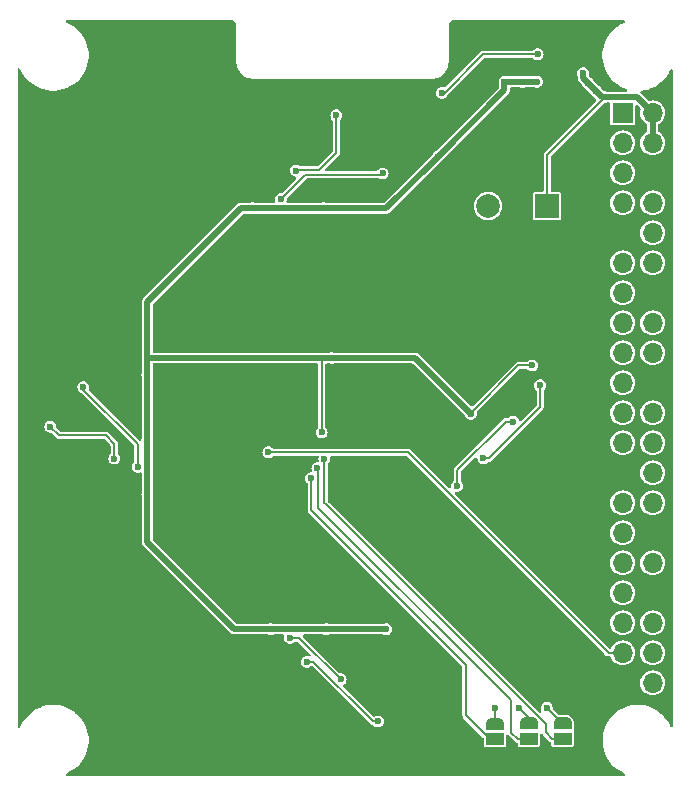
<source format=gbr>
%TF.GenerationSoftware,KiCad,Pcbnew,8.0.8*%
%TF.CreationDate,2025-09-08T09:45:39+02:00*%
%TF.ProjectId,kiba,6b696261-2e6b-4696-9361-645f70636258,rev?*%
%TF.SameCoordinates,Original*%
%TF.FileFunction,Copper,L2,Bot*%
%TF.FilePolarity,Positive*%
%FSLAX46Y46*%
G04 Gerber Fmt 4.6, Leading zero omitted, Abs format (unit mm)*
G04 Created by KiCad (PCBNEW 8.0.8) date 2025-09-08 09:45:39*
%MOMM*%
%LPD*%
G01*
G04 APERTURE LIST*
G04 Aperture macros list*
%AMFreePoly0*
4,1,19,0.550000,-0.750000,0.000000,-0.750000,0.000000,-0.744911,-0.071157,-0.744911,-0.207708,-0.704816,-0.327430,-0.627875,-0.420627,-0.520320,-0.479746,-0.390866,-0.500000,-0.250000,-0.500000,0.250000,-0.479746,0.390866,-0.420627,0.520320,-0.327430,0.627875,-0.207708,0.704816,-0.071157,0.744911,0.000000,0.744911,0.000000,0.750000,0.550000,0.750000,0.550000,-0.750000,0.550000,-0.750000,
$1*%
%AMFreePoly1*
4,1,19,0.000000,0.744911,0.071157,0.744911,0.207708,0.704816,0.327430,0.627875,0.420627,0.520320,0.479746,0.390866,0.500000,0.250000,0.500000,-0.250000,0.479746,-0.390866,0.420627,-0.520320,0.327430,-0.627875,0.207708,-0.704816,0.071157,-0.744911,0.000000,-0.744911,0.000000,-0.750000,-0.550000,-0.750000,-0.550000,0.750000,0.000000,0.750000,0.000000,0.744911,0.000000,0.744911,
$1*%
G04 Aperture macros list end*
%TA.AperFunction,ComponentPad*%
%ADD10R,2.000000X2.000000*%
%TD*%
%TA.AperFunction,ComponentPad*%
%ADD11C,2.000000*%
%TD*%
%TA.AperFunction,ComponentPad*%
%ADD12R,1.700000X1.700000*%
%TD*%
%TA.AperFunction,ComponentPad*%
%ADD13O,1.700000X1.700000*%
%TD*%
%TA.AperFunction,SMDPad,CuDef*%
%ADD14FreePoly0,270.000000*%
%TD*%
%TA.AperFunction,SMDPad,CuDef*%
%ADD15R,1.500000X1.000000*%
%TD*%
%TA.AperFunction,SMDPad,CuDef*%
%ADD16FreePoly1,270.000000*%
%TD*%
%TA.AperFunction,ViaPad*%
%ADD17C,0.600000*%
%TD*%
%TA.AperFunction,Conductor*%
%ADD18C,0.500000*%
%TD*%
%TA.AperFunction,Conductor*%
%ADD19C,0.200000*%
%TD*%
G04 APERTURE END LIST*
D10*
%TO.P,BZ1,1,-*%
%TO.N,+5V*%
X160905785Y-85980000D03*
D11*
%TO.P,BZ1,2,+*%
%TO.N,Net-(BZ1-+)*%
X155905785Y-85980000D03*
%TD*%
D12*
%TO.P,J1,1,3V3*%
%TO.N,unconnected-(J1-3V3-Pad1)*%
X167305000Y-78090000D03*
D13*
%TO.P,J1,2,5V*%
%TO.N,+5V*%
X169845000Y-78090000D03*
%TO.P,J1,3,SDA/GPIO2*%
%TO.N,/Sensors/SDA*%
X167305000Y-80630000D03*
%TO.P,J1,4,5V*%
%TO.N,+5V*%
X169845000Y-80630000D03*
%TO.P,J1,5,SCL/GPIO3*%
%TO.N,/Sensors/SCK*%
X167305000Y-83170000D03*
%TO.P,J1,6,GND*%
%TO.N,GND*%
X169845000Y-83170000D03*
%TO.P,J1,7,GCLK0/GPIO4*%
%TO.N,unconnected-(J1-GCLK0{slash}GPIO4-Pad7)*%
X167305000Y-85710000D03*
%TO.P,J1,8,GPIO14/TXD*%
%TO.N,unconnected-(J1-GPIO14{slash}TXD-Pad8)*%
X169845000Y-85710000D03*
%TO.P,J1,9,GND*%
%TO.N,GND*%
X167305000Y-88250000D03*
%TO.P,J1,10,GPIO15/RXD*%
%TO.N,unconnected-(J1-GPIO15{slash}RXD-Pad10)*%
X169845000Y-88250000D03*
%TO.P,J1,11,GPIO17*%
%TO.N,unconnected-(J1-GPIO17-Pad11)*%
X167305000Y-90790000D03*
%TO.P,J1,12,GPIO18/PWM0*%
%TO.N,unconnected-(J1-GPIO18{slash}PWM0-Pad12)*%
X169845000Y-90790000D03*
%TO.P,J1,13,GPIO27*%
%TO.N,/BUZZ*%
X167305000Y-93330000D03*
%TO.P,J1,14,GND*%
%TO.N,GND*%
X169845000Y-93330000D03*
%TO.P,J1,15,GPIO22*%
%TO.N,unconnected-(J1-GPIO22-Pad15)*%
X167305000Y-95870000D03*
%TO.P,J1,16,GPIO23*%
%TO.N,unconnected-(J1-GPIO23-Pad16)*%
X169845000Y-95870000D03*
%TO.P,J1,17,3V3*%
%TO.N,unconnected-(J1-3V3-Pad17)*%
X167305000Y-98410000D03*
%TO.P,J1,18,GPIO24*%
%TO.N,unconnected-(J1-GPIO24-Pad18)*%
X169845000Y-98410000D03*
%TO.P,J1,19,MOSI0/GPIO10*%
%TO.N,unconnected-(J1-MOSI0{slash}GPIO10-Pad19)*%
X167305000Y-100950000D03*
%TO.P,J1,20,GND*%
%TO.N,GND*%
X169845000Y-100950000D03*
%TO.P,J1,21,MISO0/GPIO9*%
%TO.N,unconnected-(J1-MISO0{slash}GPIO9-Pad21)*%
X167305000Y-103490000D03*
%TO.P,J1,22,GPIO25*%
%TO.N,unconnected-(J1-GPIO25-Pad22)*%
X169845000Y-103490000D03*
%TO.P,J1,23,SCLK0/GPIO11*%
%TO.N,unconnected-(J1-SCLK0{slash}GPIO11-Pad23)*%
X167305000Y-106030000D03*
%TO.P,J1,24,~{CE0}/GPIO8*%
%TO.N,unconnected-(J1-~{CE0}{slash}GPIO8-Pad24)*%
X169845000Y-106030000D03*
%TO.P,J1,25,GND*%
%TO.N,GND*%
X167305000Y-108570000D03*
%TO.P,J1,26,~{CE1}/GPIO7*%
%TO.N,unconnected-(J1-~{CE1}{slash}GPIO7-Pad26)*%
X169845000Y-108570000D03*
%TO.P,J1,27,ID_SD/GPIO0*%
%TO.N,unconnected-(J1-ID_SD{slash}GPIO0-Pad27)*%
X167305000Y-111110000D03*
%TO.P,J1,28,ID_SC/GPIO1*%
%TO.N,unconnected-(J1-ID_SC{slash}GPIO1-Pad28)*%
X169845000Y-111110000D03*
%TO.P,J1,29,GCLK1/GPIO5*%
%TO.N,unconnected-(J1-GCLK1{slash}GPIO5-Pad29)*%
X167305000Y-113650000D03*
%TO.P,J1,30,GND*%
%TO.N,GND*%
X169845000Y-113650000D03*
%TO.P,J1,31,GCLK2/GPIO6*%
%TO.N,unconnected-(J1-GCLK2{slash}GPIO6-Pad31)*%
X167305000Y-116190000D03*
%TO.P,J1,32,PWM0/GPIO12*%
%TO.N,unconnected-(J1-PWM0{slash}GPIO12-Pad32)*%
X169845000Y-116190000D03*
%TO.P,J1,33,PWM1/GPIO13*%
%TO.N,unconnected-(J1-PWM1{slash}GPIO13-Pad33)*%
X167305000Y-118730000D03*
%TO.P,J1,34,GND*%
%TO.N,GND*%
X169845000Y-118730000D03*
%TO.P,J1,35,GPIO19/MISO1*%
%TO.N,unconnected-(J1-GPIO19{slash}MISO1-Pad35)*%
X167305000Y-121270000D03*
%TO.P,J1,36,GPIO16*%
%TO.N,unconnected-(J1-GPIO16-Pad36)*%
X169845000Y-121270000D03*
%TO.P,J1,37,GPIO26*%
%TO.N,/~{RESET}*%
X167305000Y-123810000D03*
%TO.P,J1,38,GPIO20/MOSI1*%
%TO.N,unconnected-(J1-GPIO20{slash}MOSI1-Pad38)*%
X169845000Y-123810000D03*
%TO.P,J1,39,GND*%
%TO.N,GND*%
X167305000Y-126350000D03*
%TO.P,J1,40,GPIO21/SCLK1*%
%TO.N,unconnected-(J1-GPIO21{slash}SCLK1-Pad40)*%
X169845000Y-126350000D03*
%TD*%
D14*
%TO.P,JP7,1,A*%
%TO.N,+3V3*%
X156485000Y-129820000D03*
D15*
%TO.P,JP7,2,C*%
%TO.N,/Sensors/A2*%
X156485000Y-131120000D03*
D16*
%TO.P,JP7,3,B*%
%TO.N,GND*%
X156485000Y-132420000D03*
%TD*%
D14*
%TO.P,JP6,1,A*%
%TO.N,+3V3*%
X159352500Y-129790000D03*
D15*
%TO.P,JP6,2,C*%
%TO.N,/Sensors/A1*%
X159352500Y-131090000D03*
D16*
%TO.P,JP6,3,B*%
%TO.N,GND*%
X159352500Y-132390000D03*
%TD*%
D14*
%TO.P,JP2,1,A*%
%TO.N,+3V3*%
X162225000Y-129780000D03*
D15*
%TO.P,JP2,2,C*%
%TO.N,/Sensors/A0*%
X162225000Y-131080000D03*
D16*
%TO.P,JP2,3,B*%
%TO.N,GND*%
X162225000Y-132380000D03*
%TD*%
D17*
%TO.N,+5V*%
X163945000Y-74750000D03*
X165795000Y-76750000D03*
X165020000Y-76225000D03*
X164345000Y-75550000D03*
%TO.N,GND*%
X138620000Y-96580000D03*
X158375000Y-133360000D03*
X124170000Y-112910000D03*
X145470000Y-95500000D03*
X128020000Y-108920000D03*
X134720000Y-105590000D03*
X127840000Y-104140000D03*
X138590384Y-106124999D03*
X142300000Y-132230000D03*
X158510000Y-91760000D03*
X148525000Y-130320000D03*
X154790000Y-92010000D03*
X163660000Y-102860000D03*
X128455000Y-102290000D03*
X122475000Y-106685000D03*
X163590000Y-97600000D03*
X157040000Y-78930000D03*
X153550000Y-96670000D03*
X154240000Y-81510000D03*
X148300000Y-104580000D03*
X151780000Y-96450000D03*
X148330000Y-101980000D03*
X150830000Y-84930000D03*
X134860000Y-125660000D03*
X138535000Y-126880000D03*
X149700000Y-86140000D03*
X152170000Y-83790000D03*
X157044265Y-107195735D03*
X132880000Y-83200000D03*
X144250000Y-84120000D03*
X124560000Y-96170000D03*
X140450000Y-126540000D03*
X138050000Y-121020000D03*
X143020000Y-102360000D03*
X148520000Y-87330000D03*
X145210000Y-104760000D03*
X133560000Y-78850000D03*
X127970000Y-100160000D03*
X162305000Y-133650000D03*
X143180000Y-123700000D03*
X141360000Y-81860000D03*
X147770000Y-112460000D03*
X160050000Y-108190000D03*
X145490000Y-97190000D03*
X159890000Y-105450000D03*
X154815000Y-131590000D03*
X128410000Y-105370000D03*
X141750000Y-93870000D03*
X123040000Y-104790000D03*
X138050000Y-79780000D03*
X161320000Y-112320000D03*
X156060000Y-99180000D03*
X138940000Y-129830000D03*
X152340000Y-105150000D03*
X119760000Y-106840000D03*
X140670000Y-77740000D03*
X122860000Y-108750000D03*
X136320000Y-125790000D03*
X158760000Y-71040000D03*
X141000000Y-101690000D03*
X147360000Y-88580000D03*
X157950000Y-78010000D03*
X140850000Y-129830000D03*
X142660000Y-96800000D03*
X135630000Y-83730000D03*
X144620000Y-120550000D03*
X138770000Y-82320000D03*
X157070000Y-108620000D03*
X158490000Y-85700000D03*
X141120000Y-87220000D03*
X147820000Y-108750000D03*
X146680000Y-97240000D03*
X137880000Y-101230000D03*
X137070000Y-113210000D03*
X157210000Y-123260000D03*
X142820000Y-110700000D03*
X155150000Y-80740000D03*
X159030000Y-114240000D03*
X118710000Y-110780000D03*
X151395000Y-79960000D03*
X125110000Y-103610000D03*
X140560000Y-113180000D03*
X153240000Y-82680000D03*
X146690000Y-95440000D03*
X156170000Y-79910000D03*
X141480000Y-97840000D03*
X153420000Y-77130000D03*
X151390000Y-127530000D03*
%TO.N,+3V3*%
X127050000Y-100290000D03*
X142220000Y-121800000D03*
X142670000Y-98850000D03*
X158540000Y-128490000D03*
X158805000Y-75460000D03*
X154445000Y-103555000D03*
X135960000Y-86170000D03*
X157295000Y-75460000D03*
X156490000Y-128510000D03*
X141950000Y-86170000D03*
X147290000Y-121800000D03*
X160870000Y-128470000D03*
X160045000Y-75460000D03*
X151627500Y-81817500D03*
X127050000Y-105770000D03*
X159630000Y-99480000D03*
X137500000Y-121800000D03*
X141820000Y-105150000D03*
X127050000Y-110390000D03*
%TO.N,/Sensors/SDA_1*%
X118850000Y-104660000D03*
X124265000Y-107360000D03*
%TO.N,/Sensors/SDA_0*%
X143050000Y-78300000D03*
X139650000Y-82975000D03*
%TO.N,/Sensors/SCK_1*%
X126240000Y-108050000D03*
X121640000Y-101310000D03*
%TO.N,/Sensors/SCK_0*%
X146970000Y-83220000D03*
X138355000Y-85400000D03*
%TO.N,/Sensors/SCK_2*%
X160317230Y-101159793D03*
X155500000Y-107335000D03*
%TO.N,/Sensors/SDA_2*%
X158010000Y-104230000D03*
X153280000Y-109680000D03*
%TO.N,/~{RESET}*%
X137300000Y-106820000D03*
%TO.N,/Sensors/SCK_3*%
X146580000Y-129620000D03*
X140550000Y-124580000D03*
%TO.N,/Sensors/SDA_3*%
X139145000Y-122550000D03*
X143430055Y-126051501D03*
%TO.N,/Sensors/A2*%
X140920000Y-109040000D03*
%TO.N,/Sensors/A1*%
X141450000Y-108180000D03*
%TO.N,/Sensors/A0*%
X142050000Y-107410000D03*
%TO.N,Net-(U1-VI)*%
X160105000Y-73130000D03*
X151995000Y-76410000D03*
%TD*%
D18*
%TO.N,+5V*%
X165545000Y-76750000D02*
X165020000Y-76225000D01*
X169845000Y-78090000D02*
X169845000Y-80630000D01*
X165795000Y-76750000D02*
X165545000Y-76750000D01*
X164345000Y-75550000D02*
X163945000Y-75150000D01*
X165020000Y-76225000D02*
X164345000Y-75550000D01*
X169845000Y-78090000D02*
X168505000Y-76750000D01*
X163945000Y-74750000D02*
X163945000Y-74700000D01*
D19*
X160905785Y-81639215D02*
X165795000Y-76750000D01*
D18*
X168505000Y-76750000D02*
X165795000Y-76750000D01*
D19*
X160905785Y-85980000D02*
X160905785Y-81639215D01*
D18*
X163945000Y-75150000D02*
X163945000Y-74750000D01*
%TO.N,+3V3*%
X135960000Y-86170000D02*
X141950000Y-86170000D01*
X141950000Y-86170000D02*
X147275000Y-86170000D01*
D19*
X156485000Y-129820000D02*
X156485000Y-128515000D01*
D18*
X141740000Y-98850000D02*
X142670000Y-98850000D01*
X139860000Y-121800000D02*
X142220000Y-121800000D01*
X127050000Y-98090000D02*
X127050000Y-98840000D01*
X142220000Y-121800000D02*
X147290000Y-121800000D01*
X141125000Y-121800000D02*
X139860000Y-121800000D01*
X135960000Y-86170000D02*
X134965000Y-86170000D01*
X137500000Y-121800000D02*
X135015000Y-121800000D01*
X127050000Y-114435000D02*
X127050000Y-110390000D01*
X127050000Y-100290000D02*
X127050000Y-98840000D01*
X158805000Y-75460000D02*
X157295000Y-75460000D01*
X139290000Y-98850000D02*
X141740000Y-98850000D01*
X127050000Y-98840000D02*
X139280000Y-98840000D01*
D19*
X154445000Y-103505000D02*
X158470000Y-99480000D01*
D18*
X151627500Y-81817500D02*
X151225000Y-82220000D01*
X157295000Y-75460000D02*
X157295000Y-76150000D01*
X137500000Y-121800000D02*
X141125000Y-121800000D01*
X127050000Y-94085000D02*
X127050000Y-94600000D01*
X139280000Y-98840000D02*
X139290000Y-98850000D01*
D19*
X158470000Y-99480000D02*
X159630000Y-99480000D01*
X141820000Y-105150000D02*
X141820000Y-98930000D01*
X156485000Y-128515000D02*
X156490000Y-128510000D01*
X162185000Y-129820000D02*
X162225000Y-129780000D01*
X141820000Y-98930000D02*
X141740000Y-98850000D01*
X154445000Y-103555000D02*
X154445000Y-103505000D01*
D18*
X127050000Y-105770000D02*
X127050000Y-100290000D01*
D19*
X162180000Y-129780000D02*
X160870000Y-128470000D01*
D18*
X127050000Y-94600000D02*
X127050000Y-98090000D01*
X154445000Y-103555000D02*
X149740000Y-98850000D01*
X147275000Y-86170000D02*
X151225000Y-82220000D01*
X127050000Y-105770000D02*
X127050000Y-110390000D01*
X158805000Y-75460000D02*
X160045000Y-75460000D01*
X149740000Y-98850000D02*
X142670000Y-98850000D01*
X135015000Y-121800000D02*
X134415000Y-121800000D01*
X157295000Y-76150000D02*
X151627500Y-81817500D01*
X134415000Y-121800000D02*
X127050000Y-114435000D01*
D19*
X162225000Y-129780000D02*
X162180000Y-129780000D01*
D18*
X134965000Y-86170000D02*
X127050000Y-94085000D01*
D19*
X159352500Y-129790000D02*
X159352500Y-129302500D01*
X159352500Y-129302500D02*
X158540000Y-128490000D01*
X159322500Y-129820000D02*
X159352500Y-129790000D01*
%TO.N,/Sensors/SDA_1*%
X123550000Y-105390000D02*
X119580000Y-105390000D01*
X119580000Y-105390000D02*
X118850000Y-104660000D01*
X124265000Y-107360000D02*
X124265000Y-106105000D01*
X124265000Y-106105000D02*
X123550000Y-105390000D01*
%TO.N,/Sensors/SDA_0*%
X143050000Y-81480000D02*
X143050000Y-78300000D01*
X139650000Y-82975000D02*
X139715000Y-82910000D01*
X141620000Y-82910000D02*
X143050000Y-81480000D01*
X139715000Y-82910000D02*
X141620000Y-82910000D01*
%TO.N,/Sensors/SCK_1*%
X126240000Y-106150000D02*
X121640000Y-101550000D01*
X126240000Y-108050000D02*
X126240000Y-106150000D01*
X121640000Y-101550000D02*
X121640000Y-101310000D01*
%TO.N,/Sensors/SCK_0*%
X146880000Y-83310000D02*
X146970000Y-83220000D01*
X138355000Y-85400000D02*
X140445000Y-83310000D01*
X140445000Y-83310000D02*
X146880000Y-83310000D01*
%TO.N,/Sensors/SCK_2*%
X160317230Y-102982770D02*
X160317230Y-101159793D01*
X155500000Y-107335000D02*
X155965000Y-107335000D01*
X155965000Y-107335000D02*
X160317230Y-102982770D01*
%TO.N,/Sensors/SDA_2*%
X153280000Y-109680000D02*
X153290000Y-109670000D01*
X153290000Y-109670000D02*
X153290000Y-108350000D01*
X157410000Y-104230000D02*
X158010000Y-104230000D01*
X153290000Y-108350000D02*
X157410000Y-104230000D01*
%TO.N,/~{RESET}*%
X149102919Y-106810000D02*
X166102919Y-123810000D01*
X137310000Y-106810000D02*
X149102919Y-106810000D01*
X166102919Y-123810000D02*
X167305000Y-123810000D01*
X137300000Y-106820000D02*
X137310000Y-106810000D01*
%TO.N,/Sensors/SCK_3*%
X141100000Y-124580000D02*
X146140000Y-129620000D01*
X140550000Y-124580000D02*
X141100000Y-124580000D01*
X146140000Y-129620000D02*
X146580000Y-129620000D01*
%TO.N,/Sensors/SDA_3*%
X139145000Y-122550000D02*
X139930000Y-122550000D01*
X143430055Y-126050055D02*
X143430055Y-126051501D01*
X139930000Y-122550000D02*
X143430055Y-126050055D01*
%TO.N,/Sensors/A2*%
X154040000Y-129106336D02*
X156053664Y-131120000D01*
X140940000Y-111710000D02*
X154040000Y-124810000D01*
X140940000Y-111710000D02*
X140940000Y-109060000D01*
X154040000Y-124810000D02*
X154040000Y-129106336D01*
X156053664Y-131120000D02*
X156485000Y-131120000D01*
X140940000Y-109060000D02*
X140920000Y-109040000D01*
%TO.N,/Sensors/A1*%
X157870000Y-127840000D02*
X157870000Y-130557500D01*
X157870000Y-130557500D02*
X158402500Y-131090000D01*
X141540000Y-111510000D02*
X157870000Y-127840000D01*
X158402500Y-131090000D02*
X159352500Y-131090000D01*
X141540000Y-108270000D02*
X141450000Y-108180000D01*
X141540000Y-111510000D02*
X141540000Y-108270000D01*
%TO.N,/Sensors/A0*%
X160790000Y-130550000D02*
X161320000Y-131080000D01*
X142166377Y-111210000D02*
X160790000Y-129833623D01*
X160790000Y-129833623D02*
X160790000Y-130550000D01*
X142050000Y-111100000D02*
X142160000Y-111210000D01*
X142160000Y-111210000D02*
X142166377Y-111210000D01*
X161320000Y-131080000D02*
X162225000Y-131080000D01*
X142050000Y-107410000D02*
X142050000Y-111100000D01*
%TO.N,Net-(U1-VI)*%
X155495000Y-73130000D02*
X160105000Y-73130000D01*
X151995000Y-76410000D02*
X151995000Y-76160000D01*
X152055000Y-76570000D02*
X155495000Y-73130000D01*
%TD*%
%TA.AperFunction,Conductor*%
%TO.N,GND*%
G36*
X134061922Y-70211280D02*
G01*
X134072040Y-70212419D01*
X134156721Y-70221961D01*
X134183782Y-70228137D01*
X134267217Y-70257333D01*
X134292227Y-70269376D01*
X134367074Y-70316406D01*
X134388783Y-70333719D01*
X134451280Y-70396216D01*
X134468593Y-70417925D01*
X134515621Y-70492769D01*
X134527668Y-70517786D01*
X134556860Y-70601211D01*
X134563039Y-70628282D01*
X134573720Y-70723077D01*
X134574500Y-70736961D01*
X134574500Y-70803562D01*
X134574530Y-70804033D01*
X134575749Y-73688561D01*
X134575749Y-73688726D01*
X134575744Y-73797481D01*
X134575744Y-73797488D01*
X134606689Y-74012768D01*
X134606691Y-74012776D01*
X134667957Y-74221454D01*
X134667958Y-74221457D01*
X134758307Y-74419308D01*
X134758313Y-74419319D01*
X134875896Y-74602285D01*
X134875903Y-74602295D01*
X135018330Y-74766666D01*
X135018333Y-74766669D01*
X135182704Y-74909096D01*
X135182714Y-74909103D01*
X135365680Y-75026686D01*
X135365685Y-75026688D01*
X135365687Y-75026690D01*
X135563537Y-75117039D01*
X135563538Y-75117039D01*
X135563542Y-75117041D01*
X135563545Y-75117042D01*
X135772223Y-75178308D01*
X135772231Y-75178310D01*
X135987514Y-75209255D01*
X135987515Y-75209254D01*
X135987522Y-75209256D01*
X136096269Y-75209251D01*
X136096274Y-75209251D01*
X151063726Y-75209251D01*
X151063730Y-75209251D01*
X151172478Y-75209256D01*
X151172485Y-75209255D01*
X151172488Y-75209255D01*
X151334520Y-75185963D01*
X151387769Y-75178310D01*
X151423373Y-75167857D01*
X151596454Y-75117042D01*
X151596457Y-75117041D01*
X151596458Y-75117040D01*
X151596463Y-75117039D01*
X151794313Y-75026690D01*
X151977289Y-74909101D01*
X151986243Y-74901343D01*
X152012384Y-74878690D01*
X152141668Y-74766668D01*
X152253690Y-74637384D01*
X152284096Y-74602295D01*
X152284096Y-74602293D01*
X152284101Y-74602289D01*
X152401690Y-74419313D01*
X152492039Y-74221463D01*
X152511020Y-74156814D01*
X152553308Y-74012776D01*
X152553310Y-74012768D01*
X152584255Y-73797486D01*
X152584255Y-73797483D01*
X152584256Y-73797478D01*
X152584253Y-73762618D01*
X152584463Y-73759374D01*
X152584355Y-73723381D01*
X152584250Y-73688113D01*
X152584248Y-73622835D01*
X152584248Y-73616667D01*
X152584029Y-73613401D01*
X152575522Y-70747130D01*
X152576301Y-70732882D01*
X152582756Y-70675594D01*
X152586961Y-70638275D01*
X152593137Y-70611219D01*
X152622334Y-70527778D01*
X152634374Y-70502776D01*
X152681410Y-70427919D01*
X152698715Y-70406220D01*
X152761220Y-70343715D01*
X152782919Y-70326410D01*
X152857776Y-70279374D01*
X152882778Y-70267334D01*
X152966219Y-70238137D01*
X152993276Y-70231961D01*
X153082042Y-70221960D01*
X153088078Y-70221280D01*
X153101961Y-70220500D01*
X153160892Y-70220500D01*
X167375563Y-70220500D01*
X167442602Y-70240185D01*
X167488357Y-70292989D01*
X167498301Y-70362147D01*
X167469276Y-70425703D01*
X167429365Y-70456220D01*
X167131316Y-70599752D01*
X166845962Y-70779053D01*
X166582477Y-70989174D01*
X166344174Y-71227477D01*
X166134053Y-71490962D01*
X165954752Y-71776316D01*
X165808532Y-72079945D01*
X165697227Y-72398034D01*
X165697223Y-72398046D01*
X165622233Y-72726602D01*
X165622231Y-72726618D01*
X165584500Y-73061491D01*
X165584500Y-73398508D01*
X165622231Y-73733381D01*
X165622233Y-73733397D01*
X165697223Y-74061953D01*
X165697227Y-74061965D01*
X165808532Y-74380054D01*
X165954752Y-74683683D01*
X165954754Y-74683686D01*
X166134054Y-74969039D01*
X166344175Y-75232523D01*
X166582477Y-75470825D01*
X166845961Y-75680946D01*
X167131314Y-75860246D01*
X167434949Y-76006469D01*
X167496087Y-76027862D01*
X167583527Y-76058459D01*
X167640303Y-76099180D01*
X167666050Y-76164133D01*
X167652594Y-76232695D01*
X167604206Y-76283098D01*
X167542572Y-76299500D01*
X166052727Y-76299500D01*
X166013995Y-76291073D01*
X166013563Y-76292545D01*
X165866963Y-76249500D01*
X165866961Y-76249500D01*
X165732965Y-76249500D01*
X165665926Y-76229815D01*
X165645284Y-76213181D01*
X165513014Y-76080911D01*
X165487901Y-76044741D01*
X165445379Y-75951630D01*
X165445376Y-75951626D01*
X165443578Y-75949551D01*
X165351128Y-75842857D01*
X165297373Y-75808311D01*
X165230052Y-75765046D01*
X165213836Y-75760285D01*
X165161092Y-75728989D01*
X164838014Y-75405911D01*
X164812901Y-75369741D01*
X164770379Y-75276630D01*
X164770376Y-75276626D01*
X164676128Y-75167857D01*
X164597057Y-75117041D01*
X164555052Y-75090046D01*
X164538836Y-75085285D01*
X164486092Y-75053989D01*
X164457934Y-75025831D01*
X164424449Y-74964508D01*
X164428966Y-74901343D01*
X164427667Y-74900962D01*
X164429420Y-74894991D01*
X164429433Y-74894816D01*
X164429566Y-74894494D01*
X164430161Y-74892464D01*
X164430165Y-74892457D01*
X164450647Y-74750000D01*
X164430165Y-74607543D01*
X164370377Y-74476627D01*
X164276128Y-74367857D01*
X164155053Y-74290047D01*
X164155051Y-74290046D01*
X164155049Y-74290045D01*
X164155050Y-74290045D01*
X164016963Y-74249500D01*
X164016961Y-74249500D01*
X163873039Y-74249500D01*
X163873036Y-74249500D01*
X163734949Y-74290045D01*
X163613873Y-74367856D01*
X163613872Y-74367856D01*
X163613872Y-74367857D01*
X163603306Y-74380051D01*
X163519623Y-74476626D01*
X163519622Y-74476628D01*
X163459834Y-74607543D01*
X163439353Y-74750000D01*
X163459834Y-74892453D01*
X163459834Y-74892454D01*
X163459834Y-74892455D01*
X163459835Y-74892457D01*
X163483294Y-74943825D01*
X163494500Y-74995335D01*
X163494500Y-75209309D01*
X163498041Y-75222523D01*
X163512538Y-75276627D01*
X163525201Y-75323888D01*
X163551675Y-75369741D01*
X163584511Y-75426614D01*
X163584513Y-75426616D01*
X163851984Y-75694087D01*
X163877097Y-75730256D01*
X163892986Y-75765047D01*
X163919623Y-75823373D01*
X164013872Y-75932143D01*
X164013874Y-75932144D01*
X164013876Y-75932146D01*
X164134941Y-76009950D01*
X164134944Y-76009952D01*
X164134946Y-76009952D01*
X164134947Y-76009953D01*
X164151158Y-76014712D01*
X164203906Y-76046009D01*
X164526984Y-76369087D01*
X164552097Y-76405256D01*
X164594623Y-76498373D01*
X164688872Y-76607143D01*
X164688874Y-76607144D01*
X164688876Y-76607146D01*
X164809941Y-76684950D01*
X164809944Y-76684952D01*
X164809946Y-76684952D01*
X164809947Y-76684953D01*
X164826158Y-76689712D01*
X164878906Y-76721009D01*
X165051282Y-76893385D01*
X165084767Y-76954708D01*
X165079783Y-77024400D01*
X165051282Y-77068747D01*
X160665326Y-81454702D01*
X160665320Y-81454710D01*
X160625767Y-81523219D01*
X160625764Y-81523224D01*
X160620163Y-81544127D01*
X160606266Y-81595994D01*
X160605285Y-81599654D01*
X160605285Y-84655500D01*
X160585600Y-84722539D01*
X160532796Y-84768294D01*
X160481285Y-84779500D01*
X159886032Y-84779500D01*
X159827555Y-84791131D01*
X159827554Y-84791132D01*
X159761232Y-84835447D01*
X159716917Y-84901769D01*
X159716916Y-84901770D01*
X159705285Y-84960247D01*
X159705285Y-86999752D01*
X159716916Y-87058229D01*
X159716917Y-87058230D01*
X159761232Y-87124552D01*
X159827554Y-87168867D01*
X159827555Y-87168868D01*
X159886032Y-87180499D01*
X159886035Y-87180500D01*
X159886037Y-87180500D01*
X161925535Y-87180500D01*
X161925536Y-87180499D01*
X161940353Y-87177552D01*
X161984014Y-87168868D01*
X161984014Y-87168867D01*
X161984016Y-87168867D01*
X162050337Y-87124552D01*
X162094652Y-87058231D01*
X162094652Y-87058229D01*
X162094653Y-87058229D01*
X162106284Y-86999752D01*
X162106285Y-86999750D01*
X162106285Y-85710000D01*
X166249417Y-85710000D01*
X166269699Y-85915932D01*
X166269700Y-85915934D01*
X166329768Y-86113954D01*
X166427315Y-86296450D01*
X166427317Y-86296452D01*
X166558589Y-86456410D01*
X166648852Y-86530486D01*
X166718550Y-86587685D01*
X166901046Y-86685232D01*
X167099066Y-86745300D01*
X167099065Y-86745300D01*
X167117529Y-86747118D01*
X167305000Y-86765583D01*
X167510934Y-86745300D01*
X167708954Y-86685232D01*
X167891450Y-86587685D01*
X168051410Y-86456410D01*
X168182685Y-86296450D01*
X168280232Y-86113954D01*
X168340300Y-85915934D01*
X168360583Y-85710000D01*
X168789417Y-85710000D01*
X168809699Y-85915932D01*
X168809700Y-85915934D01*
X168869768Y-86113954D01*
X168967315Y-86296450D01*
X168967317Y-86296452D01*
X169098589Y-86456410D01*
X169188852Y-86530486D01*
X169258550Y-86587685D01*
X169441046Y-86685232D01*
X169639066Y-86745300D01*
X169639065Y-86745300D01*
X169657529Y-86747118D01*
X169845000Y-86765583D01*
X170050934Y-86745300D01*
X170248954Y-86685232D01*
X170431450Y-86587685D01*
X170591410Y-86456410D01*
X170722685Y-86296450D01*
X170820232Y-86113954D01*
X170880300Y-85915934D01*
X170900583Y-85710000D01*
X170880300Y-85504066D01*
X170820232Y-85306046D01*
X170722685Y-85123550D01*
X170635961Y-85017876D01*
X170591410Y-84963589D01*
X170469061Y-84863181D01*
X170431450Y-84832315D01*
X170248954Y-84734768D01*
X170050934Y-84674700D01*
X170050932Y-84674699D01*
X170050934Y-84674699D01*
X169845000Y-84654417D01*
X169639067Y-84674699D01*
X169441043Y-84734769D01*
X169357359Y-84779500D01*
X169258550Y-84832315D01*
X169258548Y-84832316D01*
X169258547Y-84832317D01*
X169098589Y-84963589D01*
X168967317Y-85123547D01*
X168967315Y-85123550D01*
X168965670Y-85126628D01*
X168869769Y-85306043D01*
X168809699Y-85504067D01*
X168789417Y-85710000D01*
X168360583Y-85710000D01*
X168340300Y-85504066D01*
X168280232Y-85306046D01*
X168182685Y-85123550D01*
X168095961Y-85017876D01*
X168051410Y-84963589D01*
X167929061Y-84863181D01*
X167891450Y-84832315D01*
X167708954Y-84734768D01*
X167510934Y-84674700D01*
X167510932Y-84674699D01*
X167510934Y-84674699D01*
X167305000Y-84654417D01*
X167099067Y-84674699D01*
X166901043Y-84734769D01*
X166817359Y-84779500D01*
X166718550Y-84832315D01*
X166718548Y-84832316D01*
X166718547Y-84832317D01*
X166558589Y-84963589D01*
X166427317Y-85123547D01*
X166427315Y-85123550D01*
X166425670Y-85126628D01*
X166329769Y-85306043D01*
X166269699Y-85504067D01*
X166249417Y-85710000D01*
X162106285Y-85710000D01*
X162106285Y-84960249D01*
X162106284Y-84960247D01*
X162094653Y-84901770D01*
X162094652Y-84901769D01*
X162050337Y-84835447D01*
X161984015Y-84791132D01*
X161984014Y-84791131D01*
X161925537Y-84779500D01*
X161925533Y-84779500D01*
X161330285Y-84779500D01*
X161263246Y-84759815D01*
X161217491Y-84707011D01*
X161206285Y-84655500D01*
X161206285Y-83170000D01*
X166249417Y-83170000D01*
X166269699Y-83375932D01*
X166269700Y-83375934D01*
X166329768Y-83573954D01*
X166427315Y-83756450D01*
X166427317Y-83756452D01*
X166558589Y-83916410D01*
X166655209Y-83995702D01*
X166718550Y-84047685D01*
X166901046Y-84145232D01*
X167099066Y-84205300D01*
X167099065Y-84205300D01*
X167117529Y-84207118D01*
X167305000Y-84225583D01*
X167510934Y-84205300D01*
X167708954Y-84145232D01*
X167891450Y-84047685D01*
X168051410Y-83916410D01*
X168182685Y-83756450D01*
X168280232Y-83573954D01*
X168340300Y-83375934D01*
X168360583Y-83170000D01*
X168340300Y-82964066D01*
X168280232Y-82766046D01*
X168182685Y-82583550D01*
X168111339Y-82496614D01*
X168051410Y-82423589D01*
X167891452Y-82292317D01*
X167891453Y-82292317D01*
X167891450Y-82292315D01*
X167708954Y-82194768D01*
X167510934Y-82134700D01*
X167510932Y-82134699D01*
X167510934Y-82134699D01*
X167305000Y-82114417D01*
X167099067Y-82134699D01*
X166901043Y-82194769D01*
X166790898Y-82253643D01*
X166718550Y-82292315D01*
X166718548Y-82292316D01*
X166718547Y-82292317D01*
X166558589Y-82423589D01*
X166427317Y-82583547D01*
X166427315Y-82583550D01*
X166388643Y-82655898D01*
X166329769Y-82766043D01*
X166269699Y-82964067D01*
X166249417Y-83170000D01*
X161206285Y-83170000D01*
X161206285Y-81815047D01*
X161225970Y-81748008D01*
X161242599Y-81727371D01*
X162339970Y-80630000D01*
X166249417Y-80630000D01*
X166269699Y-80835932D01*
X166269700Y-80835934D01*
X166329768Y-81033954D01*
X166427315Y-81216450D01*
X166427317Y-81216452D01*
X166558589Y-81376410D01*
X166653990Y-81454702D01*
X166718550Y-81507685D01*
X166901046Y-81605232D01*
X167099066Y-81665300D01*
X167099065Y-81665300D01*
X167117529Y-81667118D01*
X167305000Y-81685583D01*
X167510934Y-81665300D01*
X167708954Y-81605232D01*
X167891450Y-81507685D01*
X168051410Y-81376410D01*
X168182685Y-81216450D01*
X168280232Y-81033954D01*
X168340300Y-80835934D01*
X168360583Y-80630000D01*
X168340300Y-80424066D01*
X168280232Y-80226046D01*
X168182685Y-80043550D01*
X168130702Y-79980209D01*
X168051410Y-79883589D01*
X167891452Y-79752317D01*
X167891453Y-79752317D01*
X167891450Y-79752315D01*
X167708954Y-79654768D01*
X167510934Y-79594700D01*
X167510932Y-79594699D01*
X167510934Y-79594699D01*
X167305000Y-79574417D01*
X167099067Y-79594699D01*
X166901043Y-79654769D01*
X166790898Y-79713643D01*
X166718550Y-79752315D01*
X166718548Y-79752316D01*
X166718547Y-79752317D01*
X166558589Y-79883589D01*
X166427317Y-80043547D01*
X166329769Y-80226043D01*
X166269699Y-80424067D01*
X166249417Y-80630000D01*
X162339970Y-80630000D01*
X165683151Y-77286818D01*
X165744474Y-77253334D01*
X165770832Y-77250500D01*
X165866962Y-77250500D01*
X165866962Y-77250499D01*
X165919797Y-77234985D01*
X166013563Y-77207455D01*
X166013995Y-77208926D01*
X166052727Y-77200500D01*
X166130500Y-77200500D01*
X166197539Y-77220185D01*
X166243294Y-77272989D01*
X166254500Y-77324500D01*
X166254500Y-78959752D01*
X166266131Y-79018229D01*
X166266132Y-79018230D01*
X166310447Y-79084552D01*
X166376769Y-79128867D01*
X166376770Y-79128868D01*
X166435247Y-79140499D01*
X166435250Y-79140500D01*
X166435252Y-79140500D01*
X168174750Y-79140500D01*
X168174751Y-79140499D01*
X168189568Y-79137552D01*
X168233229Y-79128868D01*
X168233229Y-79128867D01*
X168233231Y-79128867D01*
X168299552Y-79084552D01*
X168343867Y-79018231D01*
X168343867Y-79018229D01*
X168343868Y-79018229D01*
X168355499Y-78959752D01*
X168355500Y-78959750D01*
X168355500Y-77536965D01*
X168375185Y-77469926D01*
X168427989Y-77424171D01*
X168497147Y-77414227D01*
X168560703Y-77443252D01*
X168567181Y-77449284D01*
X168801893Y-77683996D01*
X168835378Y-77745319D01*
X168832873Y-77807670D01*
X168809700Y-77884064D01*
X168809699Y-77884066D01*
X168789417Y-78090000D01*
X168809699Y-78295932D01*
X168809700Y-78295934D01*
X168869768Y-78493954D01*
X168967315Y-78676450D01*
X169001969Y-78718677D01*
X169098589Y-78836410D01*
X169258549Y-78967684D01*
X169258551Y-78967686D01*
X169285242Y-78981952D01*
X169328953Y-79005316D01*
X169378797Y-79054277D01*
X169394500Y-79114674D01*
X169394500Y-79605324D01*
X169374815Y-79672363D01*
X169328955Y-79714681D01*
X169258549Y-79752315D01*
X169098589Y-79883589D01*
X168967317Y-80043547D01*
X168869769Y-80226043D01*
X168809699Y-80424067D01*
X168789417Y-80630000D01*
X168809699Y-80835932D01*
X168809700Y-80835934D01*
X168869768Y-81033954D01*
X168967315Y-81216450D01*
X168967317Y-81216452D01*
X169098589Y-81376410D01*
X169193990Y-81454702D01*
X169258550Y-81507685D01*
X169441046Y-81605232D01*
X169639066Y-81665300D01*
X169639065Y-81665300D01*
X169657529Y-81667118D01*
X169845000Y-81685583D01*
X170050934Y-81665300D01*
X170248954Y-81605232D01*
X170431450Y-81507685D01*
X170591410Y-81376410D01*
X170722685Y-81216450D01*
X170820232Y-81033954D01*
X170880300Y-80835934D01*
X170900583Y-80630000D01*
X170880300Y-80424066D01*
X170820232Y-80226046D01*
X170722685Y-80043550D01*
X170670702Y-79980209D01*
X170591410Y-79883589D01*
X170431450Y-79752315D01*
X170361045Y-79714681D01*
X170311201Y-79665718D01*
X170295500Y-79605324D01*
X170295500Y-79114674D01*
X170315185Y-79047635D01*
X170361046Y-79005316D01*
X170431450Y-78967685D01*
X170591410Y-78836410D01*
X170722685Y-78676450D01*
X170820232Y-78493954D01*
X170880300Y-78295934D01*
X170900583Y-78090000D01*
X170880300Y-77884066D01*
X170820232Y-77686046D01*
X170722685Y-77503550D01*
X170649380Y-77414227D01*
X170591410Y-77343589D01*
X170441121Y-77220252D01*
X170431450Y-77212315D01*
X170248954Y-77114768D01*
X170050934Y-77054700D01*
X170050932Y-77054699D01*
X170050934Y-77054699D01*
X169845000Y-77034417D01*
X169639066Y-77054699D01*
X169639064Y-77054700D01*
X169562670Y-77077873D01*
X169492804Y-77078496D01*
X169438996Y-77046893D01*
X168817930Y-76425827D01*
X168784445Y-76364504D01*
X168789429Y-76294812D01*
X168831301Y-76238879D01*
X168891728Y-76214926D01*
X169088379Y-76192769D01*
X169088384Y-76192768D01*
X169088394Y-76192767D01*
X169416954Y-76117776D01*
X169735051Y-76006469D01*
X170038686Y-75860246D01*
X170324039Y-75680946D01*
X170587523Y-75470825D01*
X170825825Y-75232523D01*
X171035946Y-74969039D01*
X171215246Y-74683686D01*
X171338914Y-74426886D01*
X171385735Y-74375028D01*
X171453162Y-74356715D01*
X171519786Y-74377763D01*
X171564454Y-74431489D01*
X171574633Y-74480679D01*
X171578902Y-129957400D01*
X171559223Y-130024441D01*
X171506422Y-130070200D01*
X171437264Y-130080149D01*
X171373706Y-130051129D01*
X171343182Y-130011211D01*
X171342869Y-130010562D01*
X171289636Y-129900021D01*
X171225249Y-129766319D01*
X171213807Y-129748109D01*
X171045946Y-129480961D01*
X170835825Y-129217477D01*
X170597523Y-128979175D01*
X170555975Y-128946042D01*
X170463309Y-128872143D01*
X170334039Y-128769054D01*
X170136953Y-128645216D01*
X170048683Y-128589752D01*
X169745054Y-128443532D01*
X169426965Y-128332227D01*
X169426953Y-128332223D01*
X169098397Y-128257233D01*
X169098381Y-128257231D01*
X168763508Y-128219500D01*
X168763504Y-128219500D01*
X168426496Y-128219500D01*
X168426491Y-128219500D01*
X168091618Y-128257231D01*
X168091602Y-128257233D01*
X167763046Y-128332223D01*
X167763034Y-128332227D01*
X167444945Y-128443532D01*
X167141316Y-128589752D01*
X166855962Y-128769053D01*
X166592477Y-128979174D01*
X166354174Y-129217477D01*
X166144053Y-129480962D01*
X165964752Y-129766316D01*
X165818532Y-130069945D01*
X165707227Y-130388034D01*
X165707223Y-130388046D01*
X165632233Y-130716602D01*
X165632231Y-130716618D01*
X165594500Y-131051491D01*
X165594500Y-131388508D01*
X165632231Y-131723381D01*
X165632233Y-131723397D01*
X165707223Y-132051953D01*
X165707227Y-132051965D01*
X165818532Y-132370054D01*
X165964752Y-132673683D01*
X165964754Y-132673686D01*
X166144054Y-132959039D01*
X166354175Y-133222523D01*
X166592477Y-133460825D01*
X166855961Y-133670946D01*
X167141314Y-133850246D01*
X167141319Y-133850249D01*
X167427707Y-133988166D01*
X167479567Y-134034988D01*
X167497880Y-134102415D01*
X167476832Y-134169039D01*
X167423106Y-134213708D01*
X167373895Y-134223886D01*
X120314872Y-134219653D01*
X120247834Y-134199962D01*
X120202084Y-134147154D01*
X120192147Y-134077995D01*
X120221177Y-134014442D01*
X120261082Y-133983933D01*
X120538680Y-133850249D01*
X120538680Y-133850248D01*
X120538686Y-133850246D01*
X120824039Y-133670946D01*
X121087523Y-133460825D01*
X121325825Y-133222523D01*
X121535946Y-132959039D01*
X121715246Y-132673686D01*
X121861469Y-132370051D01*
X121972776Y-132051954D01*
X122047767Y-131723394D01*
X122085500Y-131388504D01*
X122085500Y-131051496D01*
X122047767Y-130716606D01*
X121972776Y-130388046D01*
X121966461Y-130370000D01*
X121884069Y-130134536D01*
X121861469Y-130069949D01*
X121715246Y-129766314D01*
X121535946Y-129480961D01*
X121325825Y-129217477D01*
X121087523Y-128979175D01*
X121045975Y-128946042D01*
X120953309Y-128872143D01*
X120824039Y-128769054D01*
X120626953Y-128645216D01*
X120538683Y-128589752D01*
X120235054Y-128443532D01*
X119916965Y-128332227D01*
X119916953Y-128332223D01*
X119588397Y-128257233D01*
X119588381Y-128257231D01*
X119253508Y-128219500D01*
X119253504Y-128219500D01*
X118916496Y-128219500D01*
X118916491Y-128219500D01*
X118581618Y-128257231D01*
X118581602Y-128257233D01*
X118253046Y-128332223D01*
X118253034Y-128332227D01*
X117934945Y-128443532D01*
X117631316Y-128589752D01*
X117345962Y-128769053D01*
X117082477Y-128979174D01*
X116844174Y-129217477D01*
X116634053Y-129480962D01*
X116454752Y-129766316D01*
X116311220Y-130064364D01*
X116264398Y-130116223D01*
X116196970Y-130134536D01*
X116130346Y-130113488D01*
X116085678Y-130059762D01*
X116075500Y-130010562D01*
X116075500Y-104660000D01*
X118344353Y-104660000D01*
X118364834Y-104802456D01*
X118398708Y-104876628D01*
X118424623Y-104933373D01*
X118518872Y-105042143D01*
X118639947Y-105119953D01*
X118639950Y-105119954D01*
X118639949Y-105119954D01*
X118740695Y-105149535D01*
X118775280Y-105159690D01*
X118778036Y-105160499D01*
X118778038Y-105160500D01*
X118874167Y-105160500D01*
X118941206Y-105180185D01*
X118961848Y-105196819D01*
X119339540Y-105574511D01*
X119395489Y-105630460D01*
X119395491Y-105630461D01*
X119395495Y-105630464D01*
X119430199Y-105650500D01*
X119464011Y-105670021D01*
X119540438Y-105690500D01*
X119619562Y-105690500D01*
X123374167Y-105690500D01*
X123441206Y-105710185D01*
X123461848Y-105726819D01*
X123928181Y-106193152D01*
X123961666Y-106254475D01*
X123964500Y-106280833D01*
X123964500Y-106896260D01*
X123944815Y-106963299D01*
X123934213Y-106977462D01*
X123839625Y-107086622D01*
X123839622Y-107086628D01*
X123779834Y-107217543D01*
X123759353Y-107360000D01*
X123779834Y-107502456D01*
X123818107Y-107586260D01*
X123839623Y-107633373D01*
X123933872Y-107742143D01*
X124054947Y-107819953D01*
X124054950Y-107819954D01*
X124054949Y-107819954D01*
X124193036Y-107860499D01*
X124193038Y-107860500D01*
X124193039Y-107860500D01*
X124336962Y-107860500D01*
X124336962Y-107860499D01*
X124444121Y-107829035D01*
X124475050Y-107819954D01*
X124475050Y-107819953D01*
X124475053Y-107819953D01*
X124596128Y-107742143D01*
X124690377Y-107633373D01*
X124750165Y-107502457D01*
X124770647Y-107360000D01*
X124750165Y-107217543D01*
X124690377Y-107086627D01*
X124690375Y-107086625D01*
X124690374Y-107086622D01*
X124595787Y-106977462D01*
X124566762Y-106913906D01*
X124565500Y-106896260D01*
X124565500Y-106065438D01*
X124559588Y-106043373D01*
X124545022Y-105989012D01*
X124505460Y-105920489D01*
X123734511Y-105149540D01*
X123734509Y-105149539D01*
X123734504Y-105149535D01*
X123665995Y-105109982D01*
X123665990Y-105109979D01*
X123640513Y-105103152D01*
X123589562Y-105089500D01*
X123589560Y-105089500D01*
X119755833Y-105089500D01*
X119688794Y-105069815D01*
X119668152Y-105053181D01*
X119389395Y-104774424D01*
X119355910Y-104713101D01*
X119354339Y-104669094D01*
X119355647Y-104660000D01*
X119335165Y-104517543D01*
X119275377Y-104386627D01*
X119181128Y-104277857D01*
X119060053Y-104200047D01*
X119060051Y-104200046D01*
X119060049Y-104200045D01*
X119060050Y-104200045D01*
X118921963Y-104159500D01*
X118921961Y-104159500D01*
X118778039Y-104159500D01*
X118778036Y-104159500D01*
X118639949Y-104200045D01*
X118518873Y-104277856D01*
X118424623Y-104386626D01*
X118424622Y-104386628D01*
X118364834Y-104517543D01*
X118344353Y-104660000D01*
X116075500Y-104660000D01*
X116075500Y-101310000D01*
X121134353Y-101310000D01*
X121154834Y-101452456D01*
X121195699Y-101541936D01*
X121214623Y-101583373D01*
X121308872Y-101692143D01*
X121429947Y-101769953D01*
X121432823Y-101771801D01*
X121453465Y-101788436D01*
X125903181Y-106238152D01*
X125936666Y-106299475D01*
X125939500Y-106325833D01*
X125939500Y-107586260D01*
X125919815Y-107653299D01*
X125909213Y-107667462D01*
X125814625Y-107776622D01*
X125814622Y-107776628D01*
X125754834Y-107907543D01*
X125734353Y-108050000D01*
X125754834Y-108192456D01*
X125773809Y-108234004D01*
X125814623Y-108323373D01*
X125908872Y-108432143D01*
X126029947Y-108509953D01*
X126029950Y-108509954D01*
X126029949Y-108509954D01*
X126168036Y-108550499D01*
X126168038Y-108550500D01*
X126168039Y-108550500D01*
X126311961Y-108550500D01*
X126440565Y-108512739D01*
X126510435Y-108512739D01*
X126569213Y-108550513D01*
X126598238Y-108614069D01*
X126599500Y-108631716D01*
X126599500Y-110144663D01*
X126588294Y-110196174D01*
X126564835Y-110247541D01*
X126564834Y-110247542D01*
X126544353Y-110390000D01*
X126564834Y-110532453D01*
X126564834Y-110532454D01*
X126564834Y-110532455D01*
X126564835Y-110532457D01*
X126588294Y-110583825D01*
X126599500Y-110635335D01*
X126599500Y-114494308D01*
X126623712Y-114584672D01*
X126630200Y-114608885D01*
X126630200Y-114608886D01*
X126639638Y-114625232D01*
X126689511Y-114711614D01*
X134138386Y-122160489D01*
X134241113Y-122219799D01*
X134265321Y-122226284D01*
X134265324Y-122226286D01*
X134265325Y-122226286D01*
X134295447Y-122234357D01*
X134355691Y-122250500D01*
X134955691Y-122250500D01*
X137242273Y-122250500D01*
X137281004Y-122258926D01*
X137281437Y-122257455D01*
X137428036Y-122300499D01*
X137428038Y-122300500D01*
X137428039Y-122300500D01*
X137571962Y-122300500D01*
X137571962Y-122300499D01*
X137624797Y-122284985D01*
X137718563Y-122257455D01*
X137718995Y-122258926D01*
X137757727Y-122250500D01*
X138540302Y-122250500D01*
X138607341Y-122270185D01*
X138653096Y-122322989D01*
X138663040Y-122392147D01*
X138660116Y-122405587D01*
X138639353Y-122550000D01*
X138659834Y-122692456D01*
X138719622Y-122823371D01*
X138719623Y-122823373D01*
X138813872Y-122932143D01*
X138934947Y-123009953D01*
X138934950Y-123009954D01*
X138934949Y-123009954D01*
X139073036Y-123050499D01*
X139073038Y-123050500D01*
X139073039Y-123050500D01*
X139216962Y-123050500D01*
X139216962Y-123050499D01*
X139355053Y-123009953D01*
X139476128Y-122932143D01*
X139509788Y-122893296D01*
X139568567Y-122855523D01*
X139603501Y-122850500D01*
X139754167Y-122850500D01*
X139821206Y-122870185D01*
X139841848Y-122886819D01*
X140862493Y-123907464D01*
X140895978Y-123968787D01*
X140890994Y-124038479D01*
X140849122Y-124094412D01*
X140783658Y-124118829D01*
X140739878Y-124114122D01*
X140621964Y-124079500D01*
X140621961Y-124079500D01*
X140478039Y-124079500D01*
X140478036Y-124079500D01*
X140339949Y-124120045D01*
X140218873Y-124197856D01*
X140124623Y-124306626D01*
X140124622Y-124306628D01*
X140064834Y-124437543D01*
X140044353Y-124580000D01*
X140064834Y-124722456D01*
X140120936Y-124845300D01*
X140124623Y-124853373D01*
X140218872Y-124962143D01*
X140339947Y-125039953D01*
X140339950Y-125039954D01*
X140339949Y-125039954D01*
X140478036Y-125080499D01*
X140478038Y-125080500D01*
X140478039Y-125080500D01*
X140621962Y-125080500D01*
X140621962Y-125080499D01*
X140760053Y-125039953D01*
X140881128Y-124962143D01*
X140881134Y-124962135D01*
X140887828Y-124956337D01*
X140890245Y-124959126D01*
X140934202Y-124930767D01*
X141004072Y-124930643D01*
X141057030Y-124962001D01*
X145899540Y-129804511D01*
X145955489Y-129860460D01*
X145955491Y-129860461D01*
X145955495Y-129860464D01*
X146012493Y-129893371D01*
X146024011Y-129900021D01*
X146100438Y-129920500D01*
X146121499Y-129920500D01*
X146188538Y-129940185D01*
X146215211Y-129963296D01*
X146248872Y-130002143D01*
X146369947Y-130079953D01*
X146369950Y-130079954D01*
X146369949Y-130079954D01*
X146508036Y-130120499D01*
X146508038Y-130120500D01*
X146508039Y-130120500D01*
X146651962Y-130120500D01*
X146651962Y-130120499D01*
X146759121Y-130089035D01*
X146790050Y-130079954D01*
X146790050Y-130079953D01*
X146790053Y-130079953D01*
X146911128Y-130002143D01*
X147005377Y-129893373D01*
X147065165Y-129762457D01*
X147085647Y-129620000D01*
X147065165Y-129477543D01*
X147005377Y-129346627D01*
X146911128Y-129237857D01*
X146790053Y-129160047D01*
X146790051Y-129160046D01*
X146790049Y-129160045D01*
X146790050Y-129160045D01*
X146651963Y-129119500D01*
X146651961Y-129119500D01*
X146508039Y-129119500D01*
X146508036Y-129119500D01*
X146369949Y-129160045D01*
X146292728Y-129209672D01*
X146225688Y-129229356D01*
X146158649Y-129209671D01*
X146138008Y-129193037D01*
X143637093Y-126692122D01*
X143603608Y-126630799D01*
X143608592Y-126561107D01*
X143650464Y-126505174D01*
X143657718Y-126500136D01*
X143761183Y-126433644D01*
X143855432Y-126324874D01*
X143915220Y-126193958D01*
X143935702Y-126051501D01*
X143915220Y-125909044D01*
X143855432Y-125778128D01*
X143761183Y-125669358D01*
X143640108Y-125591548D01*
X143640106Y-125591547D01*
X143640104Y-125591546D01*
X143640105Y-125591546D01*
X143502018Y-125551001D01*
X143502016Y-125551001D01*
X143407334Y-125551001D01*
X143340295Y-125531316D01*
X143319653Y-125514682D01*
X140267152Y-122462181D01*
X140233667Y-122400858D01*
X140238651Y-122331166D01*
X140280523Y-122275233D01*
X140345987Y-122250816D01*
X140354833Y-122250500D01*
X141184309Y-122250500D01*
X141962273Y-122250500D01*
X142001004Y-122258926D01*
X142001437Y-122257455D01*
X142148036Y-122300499D01*
X142148038Y-122300500D01*
X142148039Y-122300500D01*
X142291962Y-122300500D01*
X142291962Y-122300499D01*
X142344797Y-122284985D01*
X142438563Y-122257455D01*
X142438995Y-122258926D01*
X142477727Y-122250500D01*
X147032273Y-122250500D01*
X147071004Y-122258926D01*
X147071437Y-122257455D01*
X147218036Y-122300499D01*
X147218038Y-122300500D01*
X147218039Y-122300500D01*
X147361962Y-122300500D01*
X147361962Y-122300499D01*
X147500053Y-122259953D01*
X147621128Y-122182143D01*
X147715377Y-122073373D01*
X147775165Y-121942457D01*
X147795647Y-121800000D01*
X147775165Y-121657543D01*
X147715377Y-121526627D01*
X147621128Y-121417857D01*
X147500053Y-121340047D01*
X147500051Y-121340046D01*
X147500049Y-121340045D01*
X147500050Y-121340045D01*
X147361963Y-121299500D01*
X147361961Y-121299500D01*
X147218039Y-121299500D01*
X147218036Y-121299500D01*
X147071437Y-121342545D01*
X147071004Y-121341073D01*
X147032273Y-121349500D01*
X142477727Y-121349500D01*
X142438995Y-121341073D01*
X142438563Y-121342545D01*
X142291963Y-121299500D01*
X142291961Y-121299500D01*
X142148039Y-121299500D01*
X142148036Y-121299500D01*
X142001437Y-121342545D01*
X142001004Y-121341073D01*
X141962273Y-121349500D01*
X137757727Y-121349500D01*
X137718995Y-121341073D01*
X137718563Y-121342545D01*
X137571963Y-121299500D01*
X137571961Y-121299500D01*
X137428039Y-121299500D01*
X137428036Y-121299500D01*
X137281437Y-121342545D01*
X137281004Y-121341073D01*
X137242273Y-121349500D01*
X134652965Y-121349500D01*
X134585926Y-121329815D01*
X134565284Y-121313181D01*
X127536819Y-114284716D01*
X127503334Y-114223393D01*
X127500500Y-114197035D01*
X127500500Y-110635335D01*
X127511705Y-110583825D01*
X127535165Y-110532457D01*
X127555647Y-110390000D01*
X127535165Y-110247543D01*
X127532484Y-110241673D01*
X127511706Y-110196174D01*
X127500500Y-110144663D01*
X127500500Y-106820000D01*
X136794353Y-106820000D01*
X136814834Y-106962456D01*
X136834369Y-107005230D01*
X136874623Y-107093373D01*
X136968872Y-107202143D01*
X137089947Y-107279953D01*
X137089950Y-107279954D01*
X137089949Y-107279954D01*
X137228036Y-107320499D01*
X137228038Y-107320500D01*
X137228039Y-107320500D01*
X137371962Y-107320500D01*
X137371962Y-107320499D01*
X137510053Y-107279953D01*
X137631128Y-107202143D01*
X137631130Y-107202141D01*
X137673453Y-107153298D01*
X137732230Y-107115523D01*
X137767166Y-107110500D01*
X141445302Y-107110500D01*
X141512341Y-107130185D01*
X141558096Y-107182989D01*
X141568040Y-107252147D01*
X141565116Y-107265587D01*
X141544353Y-107410000D01*
X141562735Y-107537853D01*
X141552791Y-107607012D01*
X141507036Y-107659816D01*
X141439997Y-107679500D01*
X141378036Y-107679500D01*
X141239949Y-107720045D01*
X141118873Y-107797856D01*
X141024623Y-107906626D01*
X141024622Y-107906628D01*
X140964834Y-108037543D01*
X140944353Y-108180000D01*
X140964834Y-108322456D01*
X140983802Y-108363988D01*
X140993746Y-108433146D01*
X140964721Y-108496702D01*
X140905944Y-108534477D01*
X140871008Y-108539500D01*
X140848036Y-108539500D01*
X140709949Y-108580045D01*
X140588873Y-108657856D01*
X140494623Y-108766626D01*
X140494622Y-108766628D01*
X140434834Y-108897543D01*
X140414353Y-109040000D01*
X140434834Y-109182456D01*
X140484354Y-109290887D01*
X140494623Y-109313373D01*
X140588872Y-109422143D01*
X140588874Y-109422144D01*
X140595577Y-109427953D01*
X140593331Y-109430543D01*
X140628265Y-109470811D01*
X140639500Y-109522388D01*
X140639500Y-111749562D01*
X140653152Y-111800513D01*
X140659979Y-111825990D01*
X140679902Y-111860496D01*
X140679903Y-111860499D01*
X140699537Y-111894507D01*
X140699541Y-111894512D01*
X153703181Y-124898152D01*
X153736666Y-124959475D01*
X153739500Y-124985833D01*
X153739500Y-129145898D01*
X153745454Y-129168119D01*
X153759979Y-129222327D01*
X153759981Y-129222330D01*
X153783425Y-129262935D01*
X153783426Y-129262938D01*
X153799535Y-129290840D01*
X153799541Y-129290848D01*
X155498181Y-130989488D01*
X155531666Y-131050811D01*
X155534500Y-131077169D01*
X155534500Y-131639752D01*
X155546131Y-131698229D01*
X155546132Y-131698230D01*
X155590447Y-131764552D01*
X155656769Y-131808867D01*
X155656770Y-131808868D01*
X155715247Y-131820499D01*
X155715250Y-131820500D01*
X155715252Y-131820500D01*
X157254750Y-131820500D01*
X157254751Y-131820499D01*
X157269568Y-131817552D01*
X157313229Y-131808868D01*
X157313229Y-131808867D01*
X157313231Y-131808867D01*
X157379552Y-131764552D01*
X157423867Y-131698231D01*
X157423867Y-131698229D01*
X157423868Y-131698229D01*
X157435499Y-131639752D01*
X157435500Y-131639750D01*
X157435500Y-130847333D01*
X157455185Y-130780294D01*
X157507989Y-130734539D01*
X157577147Y-130724595D01*
X157640703Y-130753620D01*
X157647181Y-130759652D01*
X158217989Y-131330460D01*
X158286512Y-131370022D01*
X158310094Y-131376340D01*
X158369754Y-131412705D01*
X158400283Y-131475551D01*
X158402000Y-131496115D01*
X158402000Y-131609752D01*
X158413631Y-131668229D01*
X158413632Y-131668230D01*
X158457947Y-131734552D01*
X158524269Y-131778867D01*
X158524270Y-131778868D01*
X158582747Y-131790499D01*
X158582750Y-131790500D01*
X158582752Y-131790500D01*
X160122250Y-131790500D01*
X160122251Y-131790499D01*
X160137068Y-131787552D01*
X160180729Y-131778868D01*
X160180729Y-131778867D01*
X160180731Y-131778867D01*
X160247052Y-131734552D01*
X160291367Y-131668231D01*
X160291367Y-131668229D01*
X160291368Y-131668229D01*
X160302999Y-131609752D01*
X160303000Y-131609750D01*
X160303000Y-130770264D01*
X160322685Y-130703225D01*
X160375489Y-130657470D01*
X160444647Y-130647526D01*
X160508203Y-130676551D01*
X160534385Y-130708261D01*
X160539203Y-130716606D01*
X160549540Y-130734511D01*
X160549542Y-130734514D01*
X160549543Y-130734515D01*
X160840836Y-131025807D01*
X161079540Y-131264511D01*
X161135489Y-131320460D01*
X161135491Y-131320461D01*
X161135495Y-131320464D01*
X161211049Y-131364085D01*
X161209477Y-131366807D01*
X161252331Y-131401315D01*
X161274419Y-131467602D01*
X161274500Y-131472072D01*
X161274500Y-131599752D01*
X161286131Y-131658229D01*
X161286132Y-131658230D01*
X161330447Y-131724552D01*
X161396769Y-131768867D01*
X161396770Y-131768868D01*
X161455247Y-131780499D01*
X161455250Y-131780500D01*
X161455252Y-131780500D01*
X162994750Y-131780500D01*
X162994751Y-131780499D01*
X163009568Y-131777552D01*
X163053229Y-131768868D01*
X163053229Y-131768867D01*
X163053231Y-131768867D01*
X163119552Y-131724552D01*
X163163867Y-131658231D01*
X163163867Y-131658229D01*
X163163868Y-131658229D01*
X163175499Y-131599752D01*
X163175500Y-131599750D01*
X163175500Y-130560249D01*
X163175499Y-130560247D01*
X163161485Y-130489790D01*
X163162971Y-130489494D01*
X163156968Y-130433685D01*
X163158108Y-130428101D01*
X163160147Y-130419164D01*
X163160149Y-130419163D01*
X163180500Y-130330000D01*
X163180500Y-129708111D01*
X163172176Y-129650215D01*
X163131669Y-129512260D01*
X163107371Y-129459055D01*
X163107368Y-129459051D01*
X163107368Y-129459049D01*
X163029639Y-129338101D01*
X163029638Y-129338100D01*
X163025992Y-129333892D01*
X162991334Y-129293895D01*
X162955604Y-129262935D01*
X162882684Y-129199749D01*
X162882675Y-129199743D01*
X162882673Y-129199741D01*
X162854464Y-129181612D01*
X162833472Y-129168121D01*
X162833456Y-129168112D01*
X162702689Y-129108393D01*
X162702684Y-129108391D01*
X162702683Y-129108391D01*
X162646561Y-129091912D01*
X162646556Y-129091910D01*
X162516682Y-129073238D01*
X162504246Y-129071450D01*
X162445755Y-129071450D01*
X162445753Y-129071450D01*
X162433319Y-129073238D01*
X162415673Y-129074500D01*
X162034327Y-129074500D01*
X162016681Y-129073238D01*
X162004246Y-129071450D01*
X162004245Y-129071450D01*
X161947783Y-129071450D01*
X161880744Y-129051765D01*
X161860102Y-129035131D01*
X161409395Y-128584424D01*
X161375910Y-128523101D01*
X161374339Y-128479094D01*
X161375647Y-128470000D01*
X161355165Y-128327543D01*
X161295377Y-128196627D01*
X161201128Y-128087857D01*
X161080053Y-128010047D01*
X161080051Y-128010046D01*
X161080049Y-128010045D01*
X161080050Y-128010045D01*
X160941963Y-127969500D01*
X160941961Y-127969500D01*
X160798039Y-127969500D01*
X160798036Y-127969500D01*
X160659949Y-128010045D01*
X160538873Y-128087856D01*
X160444623Y-128196626D01*
X160444622Y-128196628D01*
X160384834Y-128327543D01*
X160364353Y-128470000D01*
X160384834Y-128612456D01*
X160428008Y-128706992D01*
X160437952Y-128776151D01*
X160408927Y-128839707D01*
X160350149Y-128877481D01*
X160280279Y-128877481D01*
X160227533Y-128846185D01*
X157731348Y-126350000D01*
X168789417Y-126350000D01*
X168809699Y-126555932D01*
X168809700Y-126555934D01*
X168869768Y-126753954D01*
X168967315Y-126936450D01*
X168967317Y-126936452D01*
X169098589Y-127096410D01*
X169195209Y-127175702D01*
X169258550Y-127227685D01*
X169441046Y-127325232D01*
X169639066Y-127385300D01*
X169639065Y-127385300D01*
X169657529Y-127387118D01*
X169845000Y-127405583D01*
X170050934Y-127385300D01*
X170248954Y-127325232D01*
X170431450Y-127227685D01*
X170591410Y-127096410D01*
X170722685Y-126936450D01*
X170820232Y-126753954D01*
X170880300Y-126555934D01*
X170900583Y-126350000D01*
X170880300Y-126144066D01*
X170820232Y-125946046D01*
X170722685Y-125763550D01*
X170645384Y-125669358D01*
X170591410Y-125603589D01*
X170431452Y-125472317D01*
X170431453Y-125472317D01*
X170431450Y-125472315D01*
X170248954Y-125374768D01*
X170050934Y-125314700D01*
X170050932Y-125314699D01*
X170050934Y-125314699D01*
X169845000Y-125294417D01*
X169639067Y-125314699D01*
X169441043Y-125374769D01*
X169330898Y-125433643D01*
X169258550Y-125472315D01*
X169258548Y-125472316D01*
X169258547Y-125472317D01*
X169098589Y-125603589D01*
X168967317Y-125763547D01*
X168967315Y-125763550D01*
X168928643Y-125835898D01*
X168869769Y-125946043D01*
X168809699Y-126144067D01*
X168789417Y-126350000D01*
X157731348Y-126350000D01*
X142386819Y-111005471D01*
X142353334Y-110944148D01*
X142350500Y-110917790D01*
X142350500Y-107873738D01*
X142370185Y-107806699D01*
X142380787Y-107792535D01*
X142381124Y-107792144D01*
X142381128Y-107792143D01*
X142475377Y-107683373D01*
X142535165Y-107552457D01*
X142555647Y-107410000D01*
X142535165Y-107267543D01*
X142533903Y-107258765D01*
X142535720Y-107258503D01*
X142535722Y-107199562D01*
X142573498Y-107140785D01*
X142637055Y-107111762D01*
X142654698Y-107110500D01*
X148927086Y-107110500D01*
X148994125Y-107130185D01*
X149014767Y-107146819D01*
X165918408Y-124050460D01*
X165986931Y-124090022D01*
X166063357Y-124110500D01*
X166206421Y-124110500D01*
X166273460Y-124130185D01*
X166319215Y-124182989D01*
X166325081Y-124198503D01*
X166329768Y-124213954D01*
X166427315Y-124396450D01*
X166427317Y-124396452D01*
X166558589Y-124556410D01*
X166655209Y-124635702D01*
X166718550Y-124687685D01*
X166901046Y-124785232D01*
X167099066Y-124845300D01*
X167099065Y-124845300D01*
X167117529Y-124847118D01*
X167305000Y-124865583D01*
X167510934Y-124845300D01*
X167708954Y-124785232D01*
X167891450Y-124687685D01*
X168051410Y-124556410D01*
X168182685Y-124396450D01*
X168280232Y-124213954D01*
X168340300Y-124015934D01*
X168360583Y-123810000D01*
X168789417Y-123810000D01*
X168809699Y-124015932D01*
X168809700Y-124015934D01*
X168869768Y-124213954D01*
X168967315Y-124396450D01*
X168967317Y-124396452D01*
X169098589Y-124556410D01*
X169195209Y-124635702D01*
X169258550Y-124687685D01*
X169441046Y-124785232D01*
X169639066Y-124845300D01*
X169639065Y-124845300D01*
X169657529Y-124847118D01*
X169845000Y-124865583D01*
X170050934Y-124845300D01*
X170248954Y-124785232D01*
X170431450Y-124687685D01*
X170591410Y-124556410D01*
X170722685Y-124396450D01*
X170820232Y-124213954D01*
X170880300Y-124015934D01*
X170900583Y-123810000D01*
X170880300Y-123604066D01*
X170820232Y-123406046D01*
X170722685Y-123223550D01*
X170670702Y-123160209D01*
X170591410Y-123063589D01*
X170431452Y-122932317D01*
X170431453Y-122932317D01*
X170431450Y-122932315D01*
X170248954Y-122834768D01*
X170050934Y-122774700D01*
X170050932Y-122774699D01*
X170050934Y-122774699D01*
X169845000Y-122754417D01*
X169639067Y-122774699D01*
X169441043Y-122834769D01*
X169402216Y-122855523D01*
X169258550Y-122932315D01*
X169258548Y-122932316D01*
X169258547Y-122932317D01*
X169098589Y-123063589D01*
X168967317Y-123223547D01*
X168869769Y-123406043D01*
X168809699Y-123604067D01*
X168789417Y-123810000D01*
X168360583Y-123810000D01*
X168340300Y-123604066D01*
X168280232Y-123406046D01*
X168182685Y-123223550D01*
X168130702Y-123160209D01*
X168051410Y-123063589D01*
X167891452Y-122932317D01*
X167891453Y-122932317D01*
X167891450Y-122932315D01*
X167708954Y-122834768D01*
X167510934Y-122774700D01*
X167510932Y-122774699D01*
X167510934Y-122774699D01*
X167305000Y-122754417D01*
X167099067Y-122774699D01*
X166901043Y-122834769D01*
X166862216Y-122855523D01*
X166718550Y-122932315D01*
X166718548Y-122932316D01*
X166718547Y-122932317D01*
X166558589Y-123063589D01*
X166427317Y-123223547D01*
X166336885Y-123392729D01*
X166287922Y-123442573D01*
X166219784Y-123458033D01*
X166154104Y-123434201D01*
X166139846Y-123421956D01*
X163987890Y-121270000D01*
X166249417Y-121270000D01*
X166269699Y-121475932D01*
X166299734Y-121574944D01*
X166329768Y-121673954D01*
X166427315Y-121856450D01*
X166427317Y-121856452D01*
X166558589Y-122016410D01*
X166628000Y-122073373D01*
X166718550Y-122147685D01*
X166901046Y-122245232D01*
X167099066Y-122305300D01*
X167099065Y-122305300D01*
X167117529Y-122307118D01*
X167305000Y-122325583D01*
X167510934Y-122305300D01*
X167708954Y-122245232D01*
X167891450Y-122147685D01*
X168051410Y-122016410D01*
X168182685Y-121856450D01*
X168280232Y-121673954D01*
X168340300Y-121475934D01*
X168360583Y-121270000D01*
X168789417Y-121270000D01*
X168809699Y-121475932D01*
X168839734Y-121574944D01*
X168869768Y-121673954D01*
X168967315Y-121856450D01*
X168967317Y-121856452D01*
X169098589Y-122016410D01*
X169168000Y-122073373D01*
X169258550Y-122147685D01*
X169441046Y-122245232D01*
X169639066Y-122305300D01*
X169639065Y-122305300D01*
X169657529Y-122307118D01*
X169845000Y-122325583D01*
X170050934Y-122305300D01*
X170248954Y-122245232D01*
X170431450Y-122147685D01*
X170591410Y-122016410D01*
X170722685Y-121856450D01*
X170820232Y-121673954D01*
X170880300Y-121475934D01*
X170900583Y-121270000D01*
X170880300Y-121064066D01*
X170820232Y-120866046D01*
X170722685Y-120683550D01*
X170670702Y-120620209D01*
X170591410Y-120523589D01*
X170431452Y-120392317D01*
X170431453Y-120392317D01*
X170431450Y-120392315D01*
X170248954Y-120294768D01*
X170050934Y-120234700D01*
X170050932Y-120234699D01*
X170050934Y-120234699D01*
X169845000Y-120214417D01*
X169639067Y-120234699D01*
X169441043Y-120294769D01*
X169330898Y-120353643D01*
X169258550Y-120392315D01*
X169258548Y-120392316D01*
X169258547Y-120392317D01*
X169098589Y-120523589D01*
X168967317Y-120683547D01*
X168869769Y-120866043D01*
X168809699Y-121064067D01*
X168789417Y-121270000D01*
X168360583Y-121270000D01*
X168340300Y-121064066D01*
X168280232Y-120866046D01*
X168182685Y-120683550D01*
X168130702Y-120620209D01*
X168051410Y-120523589D01*
X167891452Y-120392317D01*
X167891453Y-120392317D01*
X167891450Y-120392315D01*
X167708954Y-120294768D01*
X167510934Y-120234700D01*
X167510932Y-120234699D01*
X167510934Y-120234699D01*
X167305000Y-120214417D01*
X167099067Y-120234699D01*
X166901043Y-120294769D01*
X166790898Y-120353643D01*
X166718550Y-120392315D01*
X166718548Y-120392316D01*
X166718547Y-120392317D01*
X166558589Y-120523589D01*
X166427317Y-120683547D01*
X166329769Y-120866043D01*
X166269699Y-121064067D01*
X166249417Y-121270000D01*
X163987890Y-121270000D01*
X161447890Y-118730000D01*
X166249417Y-118730000D01*
X166269699Y-118935932D01*
X166269700Y-118935934D01*
X166329768Y-119133954D01*
X166427315Y-119316450D01*
X166427317Y-119316452D01*
X166558589Y-119476410D01*
X166655209Y-119555702D01*
X166718550Y-119607685D01*
X166901046Y-119705232D01*
X167099066Y-119765300D01*
X167099065Y-119765300D01*
X167117529Y-119767118D01*
X167305000Y-119785583D01*
X167510934Y-119765300D01*
X167708954Y-119705232D01*
X167891450Y-119607685D01*
X168051410Y-119476410D01*
X168182685Y-119316450D01*
X168280232Y-119133954D01*
X168340300Y-118935934D01*
X168360583Y-118730000D01*
X168340300Y-118524066D01*
X168280232Y-118326046D01*
X168182685Y-118143550D01*
X168130702Y-118080209D01*
X168051410Y-117983589D01*
X167891452Y-117852317D01*
X167891453Y-117852317D01*
X167891450Y-117852315D01*
X167708954Y-117754768D01*
X167510934Y-117694700D01*
X167510932Y-117694699D01*
X167510934Y-117694699D01*
X167305000Y-117674417D01*
X167099067Y-117694699D01*
X166901043Y-117754769D01*
X166790898Y-117813643D01*
X166718550Y-117852315D01*
X166718548Y-117852316D01*
X166718547Y-117852317D01*
X166558589Y-117983589D01*
X166427317Y-118143547D01*
X166329769Y-118326043D01*
X166269699Y-118524067D01*
X166249417Y-118730000D01*
X161447890Y-118730000D01*
X158907890Y-116190000D01*
X166249417Y-116190000D01*
X166269699Y-116395932D01*
X166269700Y-116395934D01*
X166329768Y-116593954D01*
X166427315Y-116776450D01*
X166427317Y-116776452D01*
X166558589Y-116936410D01*
X166655209Y-117015702D01*
X166718550Y-117067685D01*
X166901046Y-117165232D01*
X167099066Y-117225300D01*
X167099065Y-117225300D01*
X167117529Y-117227118D01*
X167305000Y-117245583D01*
X167510934Y-117225300D01*
X167708954Y-117165232D01*
X167891450Y-117067685D01*
X168051410Y-116936410D01*
X168182685Y-116776450D01*
X168280232Y-116593954D01*
X168340300Y-116395934D01*
X168360583Y-116190000D01*
X168789417Y-116190000D01*
X168809699Y-116395932D01*
X168809700Y-116395934D01*
X168869768Y-116593954D01*
X168967315Y-116776450D01*
X168967317Y-116776452D01*
X169098589Y-116936410D01*
X169195209Y-117015702D01*
X169258550Y-117067685D01*
X169441046Y-117165232D01*
X169639066Y-117225300D01*
X169639065Y-117225300D01*
X169657529Y-117227118D01*
X169845000Y-117245583D01*
X170050934Y-117225300D01*
X170248954Y-117165232D01*
X170431450Y-117067685D01*
X170591410Y-116936410D01*
X170722685Y-116776450D01*
X170820232Y-116593954D01*
X170880300Y-116395934D01*
X170900583Y-116190000D01*
X170880300Y-115984066D01*
X170820232Y-115786046D01*
X170722685Y-115603550D01*
X170670702Y-115540209D01*
X170591410Y-115443589D01*
X170431452Y-115312317D01*
X170431453Y-115312317D01*
X170431450Y-115312315D01*
X170248954Y-115214768D01*
X170050934Y-115154700D01*
X170050932Y-115154699D01*
X170050934Y-115154699D01*
X169845000Y-115134417D01*
X169639067Y-115154699D01*
X169441043Y-115214769D01*
X169330898Y-115273643D01*
X169258550Y-115312315D01*
X169258548Y-115312316D01*
X169258547Y-115312317D01*
X169098589Y-115443589D01*
X168967317Y-115603547D01*
X168869769Y-115786043D01*
X168809699Y-115984067D01*
X168789417Y-116190000D01*
X168360583Y-116190000D01*
X168340300Y-115984066D01*
X168280232Y-115786046D01*
X168182685Y-115603550D01*
X168130702Y-115540209D01*
X168051410Y-115443589D01*
X167891452Y-115312317D01*
X167891453Y-115312317D01*
X167891450Y-115312315D01*
X167708954Y-115214768D01*
X167510934Y-115154700D01*
X167510932Y-115154699D01*
X167510934Y-115154699D01*
X167305000Y-115134417D01*
X167099067Y-115154699D01*
X166901043Y-115214769D01*
X166790898Y-115273643D01*
X166718550Y-115312315D01*
X166718548Y-115312316D01*
X166718547Y-115312317D01*
X166558589Y-115443589D01*
X166427317Y-115603547D01*
X166329769Y-115786043D01*
X166269699Y-115984067D01*
X166249417Y-116190000D01*
X158907890Y-116190000D01*
X156367890Y-113650000D01*
X166249417Y-113650000D01*
X166269699Y-113855932D01*
X166269700Y-113855934D01*
X166329768Y-114053954D01*
X166427315Y-114236450D01*
X166427317Y-114236452D01*
X166558589Y-114396410D01*
X166655209Y-114475702D01*
X166718550Y-114527685D01*
X166901046Y-114625232D01*
X167099066Y-114685300D01*
X167099065Y-114685300D01*
X167117529Y-114687118D01*
X167305000Y-114705583D01*
X167510934Y-114685300D01*
X167708954Y-114625232D01*
X167891450Y-114527685D01*
X168051410Y-114396410D01*
X168182685Y-114236450D01*
X168280232Y-114053954D01*
X168340300Y-113855934D01*
X168360583Y-113650000D01*
X168340300Y-113444066D01*
X168280232Y-113246046D01*
X168182685Y-113063550D01*
X168130702Y-113000209D01*
X168051410Y-112903589D01*
X167891452Y-112772317D01*
X167891453Y-112772317D01*
X167891450Y-112772315D01*
X167708954Y-112674768D01*
X167510934Y-112614700D01*
X167510932Y-112614699D01*
X167510934Y-112614699D01*
X167305000Y-112594417D01*
X167099067Y-112614699D01*
X166901043Y-112674769D01*
X166790898Y-112733643D01*
X166718550Y-112772315D01*
X166718548Y-112772316D01*
X166718547Y-112772317D01*
X166558589Y-112903589D01*
X166427317Y-113063547D01*
X166329769Y-113246043D01*
X166269699Y-113444067D01*
X166249417Y-113650000D01*
X156367890Y-113650000D01*
X153827890Y-111110000D01*
X166249417Y-111110000D01*
X166269699Y-111315932D01*
X166269700Y-111315934D01*
X166329768Y-111513954D01*
X166427315Y-111696450D01*
X166427317Y-111696452D01*
X166558589Y-111856410D01*
X166655209Y-111935702D01*
X166718550Y-111987685D01*
X166901046Y-112085232D01*
X167099066Y-112145300D01*
X167099065Y-112145300D01*
X167117529Y-112147118D01*
X167305000Y-112165583D01*
X167510934Y-112145300D01*
X167708954Y-112085232D01*
X167891450Y-111987685D01*
X168051410Y-111856410D01*
X168182685Y-111696450D01*
X168280232Y-111513954D01*
X168340300Y-111315934D01*
X168360583Y-111110000D01*
X168789417Y-111110000D01*
X168809699Y-111315932D01*
X168809700Y-111315934D01*
X168869768Y-111513954D01*
X168967315Y-111696450D01*
X168967317Y-111696452D01*
X169098589Y-111856410D01*
X169195209Y-111935702D01*
X169258550Y-111987685D01*
X169441046Y-112085232D01*
X169639066Y-112145300D01*
X169639065Y-112145300D01*
X169657529Y-112147118D01*
X169845000Y-112165583D01*
X170050934Y-112145300D01*
X170248954Y-112085232D01*
X170431450Y-111987685D01*
X170591410Y-111856410D01*
X170722685Y-111696450D01*
X170820232Y-111513954D01*
X170880300Y-111315934D01*
X170900583Y-111110000D01*
X170880300Y-110904066D01*
X170820232Y-110706046D01*
X170722685Y-110523550D01*
X170614678Y-110391942D01*
X170591410Y-110363589D01*
X170431452Y-110232317D01*
X170431453Y-110232317D01*
X170431450Y-110232315D01*
X170248954Y-110134768D01*
X170050934Y-110074700D01*
X170050932Y-110074699D01*
X170050934Y-110074699D01*
X169845000Y-110054417D01*
X169639067Y-110074699D01*
X169441043Y-110134769D01*
X169355490Y-110180499D01*
X169258550Y-110232315D01*
X169258548Y-110232316D01*
X169258547Y-110232317D01*
X169098589Y-110363589D01*
X168967317Y-110523547D01*
X168967315Y-110523550D01*
X168962556Y-110532454D01*
X168869769Y-110706043D01*
X168809699Y-110904067D01*
X168789417Y-111110000D01*
X168360583Y-111110000D01*
X168340300Y-110904066D01*
X168280232Y-110706046D01*
X168182685Y-110523550D01*
X168074678Y-110391942D01*
X168051410Y-110363589D01*
X167891452Y-110232317D01*
X167891453Y-110232317D01*
X167891450Y-110232315D01*
X167708954Y-110134768D01*
X167510934Y-110074700D01*
X167510932Y-110074699D01*
X167510934Y-110074699D01*
X167305000Y-110054417D01*
X167099067Y-110074699D01*
X166901043Y-110134769D01*
X166815490Y-110180499D01*
X166718550Y-110232315D01*
X166718548Y-110232316D01*
X166718547Y-110232317D01*
X166558589Y-110363589D01*
X166427317Y-110523547D01*
X166427315Y-110523550D01*
X166422556Y-110532454D01*
X166329769Y-110706043D01*
X166269699Y-110904067D01*
X166249417Y-111110000D01*
X153827890Y-111110000D01*
X153109832Y-110391942D01*
X153076347Y-110330619D01*
X153081331Y-110260927D01*
X153123203Y-110204994D01*
X153188667Y-110180577D01*
X153199170Y-110180954D01*
X153199170Y-110180500D01*
X153351962Y-110180500D01*
X153351962Y-110180499D01*
X153490053Y-110139953D01*
X153611128Y-110062143D01*
X153705377Y-109953373D01*
X153765165Y-109822457D01*
X153785647Y-109680000D01*
X153765165Y-109537543D01*
X153705377Y-109406627D01*
X153660345Y-109354657D01*
X153620786Y-109309002D01*
X153591762Y-109245446D01*
X153590500Y-109227800D01*
X153590500Y-108570000D01*
X168789417Y-108570000D01*
X168809699Y-108775932D01*
X168809700Y-108775934D01*
X168869768Y-108973954D01*
X168967315Y-109156450D01*
X168988658Y-109182457D01*
X169098589Y-109316410D01*
X169195209Y-109395702D01*
X169258550Y-109447685D01*
X169441046Y-109545232D01*
X169639066Y-109605300D01*
X169639065Y-109605300D01*
X169657529Y-109607118D01*
X169845000Y-109625583D01*
X170050934Y-109605300D01*
X170248954Y-109545232D01*
X170431450Y-109447685D01*
X170591410Y-109316410D01*
X170722685Y-109156450D01*
X170820232Y-108973954D01*
X170880300Y-108775934D01*
X170900583Y-108570000D01*
X170880300Y-108364066D01*
X170820232Y-108166046D01*
X170722685Y-107983550D01*
X170659556Y-107906627D01*
X170591410Y-107823589D01*
X170431452Y-107692317D01*
X170431453Y-107692317D01*
X170431450Y-107692315D01*
X170248954Y-107594768D01*
X170050934Y-107534700D01*
X170050932Y-107534699D01*
X170050934Y-107534699D01*
X169845000Y-107514417D01*
X169639067Y-107534699D01*
X169441043Y-107594769D01*
X169364842Y-107635500D01*
X169258550Y-107692315D01*
X169258548Y-107692316D01*
X169258547Y-107692317D01*
X169098589Y-107823589D01*
X168967317Y-107983547D01*
X168869769Y-108166043D01*
X168809699Y-108364067D01*
X168789417Y-108570000D01*
X153590500Y-108570000D01*
X153590500Y-108525833D01*
X153610185Y-108458794D01*
X153626819Y-108438152D01*
X154204472Y-107860499D01*
X154785956Y-107279014D01*
X154847277Y-107245531D01*
X154916969Y-107250515D01*
X154972902Y-107292387D01*
X154996373Y-107349050D01*
X155014834Y-107477456D01*
X155059591Y-107575458D01*
X155074623Y-107608373D01*
X155168872Y-107717143D01*
X155289947Y-107794953D01*
X155289950Y-107794954D01*
X155289949Y-107794954D01*
X155428036Y-107835499D01*
X155428038Y-107835500D01*
X155428039Y-107835500D01*
X155571962Y-107835500D01*
X155571962Y-107835499D01*
X155710053Y-107794953D01*
X155831128Y-107717143D01*
X155864788Y-107678296D01*
X155923567Y-107640523D01*
X155958501Y-107635500D01*
X156004560Y-107635500D01*
X156004562Y-107635500D01*
X156080989Y-107615021D01*
X156149511Y-107575460D01*
X156205460Y-107519511D01*
X157694971Y-106030000D01*
X166249417Y-106030000D01*
X166269699Y-106235932D01*
X166275324Y-106254475D01*
X166329768Y-106433954D01*
X166427315Y-106616450D01*
X166427317Y-106616452D01*
X166558589Y-106776410D01*
X166629373Y-106834500D01*
X166718550Y-106907685D01*
X166901046Y-107005232D01*
X167099066Y-107065300D01*
X167099065Y-107065300D01*
X167117529Y-107067118D01*
X167305000Y-107085583D01*
X167510934Y-107065300D01*
X167708954Y-107005232D01*
X167891450Y-106907685D01*
X168051410Y-106776410D01*
X168182685Y-106616450D01*
X168280232Y-106433954D01*
X168340300Y-106235934D01*
X168360583Y-106030000D01*
X168789417Y-106030000D01*
X168809699Y-106235932D01*
X168815324Y-106254475D01*
X168869768Y-106433954D01*
X168967315Y-106616450D01*
X168967317Y-106616452D01*
X169098589Y-106776410D01*
X169169373Y-106834500D01*
X169258550Y-106907685D01*
X169441046Y-107005232D01*
X169639066Y-107065300D01*
X169639065Y-107065300D01*
X169657529Y-107067118D01*
X169845000Y-107085583D01*
X170050934Y-107065300D01*
X170248954Y-107005232D01*
X170431450Y-106907685D01*
X170591410Y-106776410D01*
X170722685Y-106616450D01*
X170820232Y-106433954D01*
X170880300Y-106235934D01*
X170900583Y-106030000D01*
X170880300Y-105824066D01*
X170820232Y-105626046D01*
X170722685Y-105443550D01*
X170670702Y-105380209D01*
X170591410Y-105283589D01*
X170465410Y-105180185D01*
X170431450Y-105152315D01*
X170248954Y-105054768D01*
X170050934Y-104994700D01*
X170050932Y-104994699D01*
X170050934Y-104994699D01*
X169845000Y-104974417D01*
X169639067Y-104994699D01*
X169441043Y-105054769D01*
X169337754Y-105109979D01*
X169258550Y-105152315D01*
X169258548Y-105152316D01*
X169258547Y-105152317D01*
X169098589Y-105283589D01*
X168967317Y-105443547D01*
X168869769Y-105626043D01*
X168809699Y-105824067D01*
X168789417Y-106030000D01*
X168360583Y-106030000D01*
X168340300Y-105824066D01*
X168280232Y-105626046D01*
X168182685Y-105443550D01*
X168130702Y-105380209D01*
X168051410Y-105283589D01*
X167925410Y-105180185D01*
X167891450Y-105152315D01*
X167708954Y-105054768D01*
X167510934Y-104994700D01*
X167510932Y-104994699D01*
X167510934Y-104994699D01*
X167305000Y-104974417D01*
X167099067Y-104994699D01*
X166901043Y-105054769D01*
X166797754Y-105109979D01*
X166718550Y-105152315D01*
X166718548Y-105152316D01*
X166718547Y-105152317D01*
X166558589Y-105283589D01*
X166427317Y-105443547D01*
X166329769Y-105626043D01*
X166269699Y-105824067D01*
X166249417Y-106030000D01*
X157694971Y-106030000D01*
X160234971Y-103490000D01*
X166249417Y-103490000D01*
X166269699Y-103695932D01*
X166292181Y-103770045D01*
X166329768Y-103893954D01*
X166427315Y-104076450D01*
X166427317Y-104076452D01*
X166558589Y-104236410D01*
X166655209Y-104315702D01*
X166718550Y-104367685D01*
X166901046Y-104465232D01*
X167099066Y-104525300D01*
X167099065Y-104525300D01*
X167117529Y-104527118D01*
X167305000Y-104545583D01*
X167510934Y-104525300D01*
X167708954Y-104465232D01*
X167891450Y-104367685D01*
X168051410Y-104236410D01*
X168182685Y-104076450D01*
X168280232Y-103893954D01*
X168340300Y-103695934D01*
X168360583Y-103490000D01*
X168789417Y-103490000D01*
X168809699Y-103695932D01*
X168832181Y-103770045D01*
X168869768Y-103893954D01*
X168967315Y-104076450D01*
X168967317Y-104076452D01*
X169098589Y-104236410D01*
X169195209Y-104315702D01*
X169258550Y-104367685D01*
X169441046Y-104465232D01*
X169639066Y-104525300D01*
X169639065Y-104525300D01*
X169657529Y-104527118D01*
X169845000Y-104545583D01*
X170050934Y-104525300D01*
X170248954Y-104465232D01*
X170431450Y-104367685D01*
X170591410Y-104236410D01*
X170722685Y-104076450D01*
X170820232Y-103893954D01*
X170880300Y-103695934D01*
X170900583Y-103490000D01*
X170880300Y-103284066D01*
X170820232Y-103086046D01*
X170722685Y-102903550D01*
X170670702Y-102840209D01*
X170591410Y-102743589D01*
X170431452Y-102612317D01*
X170431453Y-102612317D01*
X170431450Y-102612315D01*
X170248954Y-102514768D01*
X170050934Y-102454700D01*
X170050932Y-102454699D01*
X170050934Y-102454699D01*
X169845000Y-102434417D01*
X169639067Y-102454699D01*
X169441043Y-102514769D01*
X169330898Y-102573643D01*
X169258550Y-102612315D01*
X169258548Y-102612316D01*
X169258547Y-102612317D01*
X169098589Y-102743589D01*
X168991586Y-102873975D01*
X168967315Y-102903550D01*
X168928643Y-102975898D01*
X168869769Y-103086043D01*
X168809699Y-103284067D01*
X168789417Y-103490000D01*
X168360583Y-103490000D01*
X168340300Y-103284066D01*
X168280232Y-103086046D01*
X168182685Y-102903550D01*
X168130702Y-102840209D01*
X168051410Y-102743589D01*
X167891452Y-102612317D01*
X167891453Y-102612317D01*
X167891450Y-102612315D01*
X167708954Y-102514768D01*
X167510934Y-102454700D01*
X167510932Y-102454699D01*
X167510934Y-102454699D01*
X167305000Y-102434417D01*
X167099067Y-102454699D01*
X166901043Y-102514769D01*
X166790898Y-102573643D01*
X166718550Y-102612315D01*
X166718548Y-102612316D01*
X166718547Y-102612317D01*
X166558589Y-102743589D01*
X166451586Y-102873975D01*
X166427315Y-102903550D01*
X166388643Y-102975898D01*
X166329769Y-103086043D01*
X166269699Y-103284067D01*
X166249417Y-103490000D01*
X160234971Y-103490000D01*
X160557690Y-103167281D01*
X160597252Y-103098758D01*
X160617730Y-103022332D01*
X160617730Y-102943208D01*
X160617730Y-101623531D01*
X160637415Y-101556492D01*
X160648017Y-101542328D01*
X160648354Y-101541937D01*
X160648358Y-101541936D01*
X160742607Y-101433166D01*
X160802395Y-101302250D01*
X160822877Y-101159793D01*
X160802395Y-101017336D01*
X160771643Y-100950000D01*
X166249417Y-100950000D01*
X166269699Y-101155932D01*
X166299734Y-101254944D01*
X166329768Y-101353954D01*
X166427315Y-101536450D01*
X166432139Y-101542328D01*
X166558589Y-101696410D01*
X166648203Y-101769953D01*
X166718550Y-101827685D01*
X166901046Y-101925232D01*
X167099066Y-101985300D01*
X167099065Y-101985300D01*
X167117529Y-101987118D01*
X167305000Y-102005583D01*
X167510934Y-101985300D01*
X167708954Y-101925232D01*
X167891450Y-101827685D01*
X168051410Y-101696410D01*
X168182685Y-101536450D01*
X168280232Y-101353954D01*
X168340300Y-101155934D01*
X168360583Y-100950000D01*
X168340300Y-100744066D01*
X168280232Y-100546046D01*
X168182685Y-100363550D01*
X168130702Y-100300209D01*
X168051410Y-100203589D01*
X167891452Y-100072317D01*
X167891453Y-100072317D01*
X167891450Y-100072315D01*
X167708954Y-99974768D01*
X167510934Y-99914700D01*
X167510932Y-99914699D01*
X167510934Y-99914699D01*
X167305000Y-99894417D01*
X167099067Y-99914699D01*
X166901043Y-99974769D01*
X166790898Y-100033643D01*
X166718550Y-100072315D01*
X166718548Y-100072316D01*
X166718547Y-100072317D01*
X166558589Y-100203589D01*
X166427317Y-100363547D01*
X166329769Y-100546043D01*
X166269699Y-100744067D01*
X166249417Y-100950000D01*
X160771643Y-100950000D01*
X160742607Y-100886420D01*
X160648358Y-100777650D01*
X160527283Y-100699840D01*
X160527281Y-100699839D01*
X160527279Y-100699838D01*
X160527280Y-100699838D01*
X160389193Y-100659293D01*
X160389191Y-100659293D01*
X160245269Y-100659293D01*
X160245266Y-100659293D01*
X160107179Y-100699838D01*
X159986103Y-100777649D01*
X159891853Y-100886419D01*
X159891852Y-100886421D01*
X159832064Y-101017336D01*
X159811583Y-101159793D01*
X159832064Y-101302249D01*
X159891852Y-101433164D01*
X159891853Y-101433166D01*
X159986102Y-101541936D01*
X159986105Y-101541937D01*
X159986443Y-101542328D01*
X160015468Y-101605884D01*
X160016730Y-101623531D01*
X160016730Y-102806936D01*
X159997045Y-102873975D01*
X159980411Y-102894617D01*
X158707075Y-104167952D01*
X158645752Y-104201437D01*
X158576060Y-104196453D01*
X158520127Y-104154581D01*
X158496656Y-104097916D01*
X158495165Y-104087543D01*
X158435377Y-103956627D01*
X158341128Y-103847857D01*
X158220053Y-103770047D01*
X158220051Y-103770046D01*
X158220049Y-103770045D01*
X158220050Y-103770045D01*
X158081963Y-103729500D01*
X158081961Y-103729500D01*
X157938039Y-103729500D01*
X157938036Y-103729500D01*
X157799949Y-103770045D01*
X157678873Y-103847856D01*
X157645212Y-103886703D01*
X157586433Y-103924477D01*
X157551499Y-103929500D01*
X157370438Y-103929500D01*
X157341915Y-103937143D01*
X157294009Y-103949979D01*
X157294004Y-103949982D01*
X157225495Y-103989535D01*
X157225487Y-103989541D01*
X153049541Y-108165487D01*
X153049535Y-108165495D01*
X153009982Y-108234004D01*
X153009979Y-108234009D01*
X152989500Y-108310439D01*
X152989500Y-109206023D01*
X152969815Y-109273062D01*
X152954371Y-109290887D01*
X152954680Y-109291155D01*
X152948873Y-109297856D01*
X152948872Y-109297857D01*
X152932796Y-109316410D01*
X152854623Y-109406626D01*
X152854622Y-109406628D01*
X152794834Y-109537543D01*
X152774353Y-109680000D01*
X152784548Y-109750912D01*
X152774604Y-109820070D01*
X152728849Y-109872874D01*
X152661809Y-109892558D01*
X152594770Y-109872873D01*
X152574129Y-109856239D01*
X149287431Y-106569541D01*
X149287426Y-106569537D01*
X149247742Y-106546626D01*
X149247742Y-106546625D01*
X149247740Y-106546625D01*
X149237679Y-106540816D01*
X149218909Y-106529979D01*
X149218910Y-106529979D01*
X149180694Y-106519739D01*
X149142481Y-106509500D01*
X149142479Y-106509500D01*
X137749836Y-106509500D01*
X137682797Y-106489815D01*
X137656124Y-106466703D01*
X137631130Y-106437859D01*
X137631129Y-106437858D01*
X137631128Y-106437857D01*
X137510053Y-106360047D01*
X137510051Y-106360046D01*
X137510049Y-106360045D01*
X137510050Y-106360045D01*
X137371963Y-106319500D01*
X137371961Y-106319500D01*
X137228039Y-106319500D01*
X137228036Y-106319500D01*
X137089949Y-106360045D01*
X136968873Y-106437856D01*
X136874623Y-106546626D01*
X136874622Y-106546628D01*
X136814834Y-106677543D01*
X136794353Y-106820000D01*
X127500500Y-106820000D01*
X127500500Y-106015335D01*
X127511705Y-105963825D01*
X127535165Y-105912457D01*
X127555647Y-105770000D01*
X127535585Y-105630464D01*
X127535165Y-105627542D01*
X127535164Y-105627541D01*
X127511706Y-105576174D01*
X127500500Y-105524663D01*
X127500500Y-100535335D01*
X127511705Y-100483825D01*
X127535165Y-100432457D01*
X127555647Y-100290000D01*
X127535165Y-100147543D01*
X127532484Y-100141673D01*
X127511706Y-100096174D01*
X127500500Y-100044663D01*
X127500500Y-99414500D01*
X127520185Y-99347461D01*
X127572989Y-99301706D01*
X127624500Y-99290500D01*
X139177046Y-99290500D01*
X139209138Y-99294724D01*
X139230691Y-99300500D01*
X141395500Y-99300500D01*
X141462539Y-99320185D01*
X141508294Y-99372989D01*
X141519500Y-99424500D01*
X141519500Y-104686260D01*
X141499815Y-104753299D01*
X141489213Y-104767462D01*
X141394625Y-104876622D01*
X141394622Y-104876628D01*
X141334834Y-105007543D01*
X141314353Y-105150000D01*
X141334834Y-105292456D01*
X141394622Y-105423371D01*
X141394623Y-105423373D01*
X141488872Y-105532143D01*
X141609947Y-105609953D01*
X141609950Y-105609954D01*
X141609949Y-105609954D01*
X141748036Y-105650499D01*
X141748038Y-105650500D01*
X141748039Y-105650500D01*
X141891962Y-105650500D01*
X141891962Y-105650499D01*
X142030053Y-105609953D01*
X142151128Y-105532143D01*
X142245377Y-105423373D01*
X142305165Y-105292457D01*
X142325647Y-105150000D01*
X142305165Y-105007543D01*
X142245377Y-104876627D01*
X142245375Y-104876625D01*
X142245374Y-104876622D01*
X142150787Y-104767462D01*
X142121762Y-104703906D01*
X142120500Y-104686260D01*
X142120500Y-99424500D01*
X142140185Y-99357461D01*
X142192989Y-99311706D01*
X142244500Y-99300500D01*
X142412273Y-99300500D01*
X142451004Y-99308926D01*
X142451437Y-99307455D01*
X142598036Y-99350499D01*
X142598038Y-99350500D01*
X142598039Y-99350500D01*
X142741962Y-99350500D01*
X142741962Y-99350499D01*
X142794797Y-99334985D01*
X142888563Y-99307455D01*
X142888995Y-99308926D01*
X142927727Y-99300500D01*
X149502035Y-99300500D01*
X149569074Y-99320185D01*
X149589716Y-99336819D01*
X153951985Y-103699089D01*
X153977098Y-103735258D01*
X154019623Y-103828373D01*
X154113872Y-103937143D01*
X154234947Y-104014953D01*
X154234950Y-104014954D01*
X154234949Y-104014954D01*
X154373036Y-104055499D01*
X154373038Y-104055500D01*
X154373039Y-104055500D01*
X154516962Y-104055500D01*
X154516962Y-104055499D01*
X154655053Y-104014953D01*
X154776128Y-103937143D01*
X154870377Y-103828373D01*
X154930165Y-103697457D01*
X154950647Y-103555000D01*
X154943053Y-103502185D01*
X154952996Y-103433030D01*
X154978107Y-103396862D01*
X158558152Y-99816819D01*
X158619475Y-99783334D01*
X158645833Y-99780500D01*
X159171499Y-99780500D01*
X159238538Y-99800185D01*
X159265211Y-99823296D01*
X159298872Y-99862143D01*
X159419947Y-99939953D01*
X159419950Y-99939954D01*
X159419949Y-99939954D01*
X159527107Y-99971417D01*
X159538517Y-99974768D01*
X159558036Y-99980499D01*
X159558038Y-99980500D01*
X159558039Y-99980500D01*
X159701962Y-99980500D01*
X159701962Y-99980499D01*
X159840053Y-99939953D01*
X159961128Y-99862143D01*
X160055377Y-99753373D01*
X160115165Y-99622457D01*
X160135647Y-99480000D01*
X160115165Y-99337543D01*
X160055377Y-99206627D01*
X159961128Y-99097857D01*
X159840053Y-99020047D01*
X159840051Y-99020046D01*
X159840049Y-99020045D01*
X159840050Y-99020045D01*
X159701963Y-98979500D01*
X159701961Y-98979500D01*
X159558039Y-98979500D01*
X159558036Y-98979500D01*
X159419949Y-99020045D01*
X159298873Y-99097856D01*
X159265212Y-99136703D01*
X159206433Y-99174477D01*
X159171499Y-99179500D01*
X158430438Y-99179500D01*
X158354010Y-99199978D01*
X158285489Y-99239540D01*
X158285486Y-99239542D01*
X154613747Y-102911281D01*
X154552424Y-102944766D01*
X154482732Y-102939782D01*
X154438385Y-102911281D01*
X150016616Y-98489513D01*
X150016614Y-98489511D01*
X149965250Y-98459856D01*
X149913888Y-98430201D01*
X149901780Y-98426957D01*
X149889673Y-98423713D01*
X149889670Y-98423712D01*
X149838495Y-98410000D01*
X166249417Y-98410000D01*
X166269699Y-98615932D01*
X166269700Y-98615934D01*
X166329768Y-98813954D01*
X166427315Y-98996450D01*
X166461969Y-99038677D01*
X166558589Y-99156410D01*
X166619780Y-99206627D01*
X166718550Y-99287685D01*
X166901046Y-99385232D01*
X167099066Y-99445300D01*
X167099065Y-99445300D01*
X167117529Y-99447118D01*
X167305000Y-99465583D01*
X167510934Y-99445300D01*
X167708954Y-99385232D01*
X167891450Y-99287685D01*
X168051410Y-99156410D01*
X168182685Y-98996450D01*
X168280232Y-98813954D01*
X168340300Y-98615934D01*
X168360583Y-98410000D01*
X168789417Y-98410000D01*
X168809699Y-98615932D01*
X168809700Y-98615934D01*
X168869768Y-98813954D01*
X168967315Y-98996450D01*
X169001969Y-99038677D01*
X169098589Y-99156410D01*
X169159780Y-99206627D01*
X169258550Y-99287685D01*
X169441046Y-99385232D01*
X169639066Y-99445300D01*
X169639065Y-99445300D01*
X169657529Y-99447118D01*
X169845000Y-99465583D01*
X170050934Y-99445300D01*
X170248954Y-99385232D01*
X170431450Y-99287685D01*
X170591410Y-99156410D01*
X170722685Y-98996450D01*
X170820232Y-98813954D01*
X170880300Y-98615934D01*
X170900583Y-98410000D01*
X170880300Y-98204066D01*
X170820232Y-98006046D01*
X170722685Y-97823550D01*
X170670702Y-97760209D01*
X170591410Y-97663589D01*
X170431452Y-97532317D01*
X170431453Y-97532317D01*
X170431450Y-97532315D01*
X170248954Y-97434768D01*
X170050934Y-97374700D01*
X170050932Y-97374699D01*
X170050934Y-97374699D01*
X169845000Y-97354417D01*
X169639067Y-97374699D01*
X169441043Y-97434769D01*
X169330898Y-97493643D01*
X169258550Y-97532315D01*
X169258548Y-97532316D01*
X169258547Y-97532317D01*
X169098589Y-97663589D01*
X168967317Y-97823547D01*
X168869769Y-98006043D01*
X168809699Y-98204067D01*
X168789417Y-98410000D01*
X168360583Y-98410000D01*
X168340300Y-98204066D01*
X168280232Y-98006046D01*
X168182685Y-97823550D01*
X168130702Y-97760209D01*
X168051410Y-97663589D01*
X167891452Y-97532317D01*
X167891453Y-97532317D01*
X167891450Y-97532315D01*
X167708954Y-97434768D01*
X167510934Y-97374700D01*
X167510932Y-97374699D01*
X167510934Y-97374699D01*
X167305000Y-97354417D01*
X167099067Y-97374699D01*
X166901043Y-97434769D01*
X166790898Y-97493643D01*
X166718550Y-97532315D01*
X166718548Y-97532316D01*
X166718547Y-97532317D01*
X166558589Y-97663589D01*
X166427317Y-97823547D01*
X166329769Y-98006043D01*
X166269699Y-98204067D01*
X166249417Y-98410000D01*
X149838495Y-98410000D01*
X149799309Y-98399500D01*
X149799308Y-98399500D01*
X142927727Y-98399500D01*
X142888995Y-98391073D01*
X142888563Y-98392545D01*
X142741963Y-98349500D01*
X142741961Y-98349500D01*
X142598039Y-98349500D01*
X142598036Y-98349500D01*
X142451437Y-98392545D01*
X142451004Y-98391073D01*
X142412273Y-98399500D01*
X139392954Y-98399500D01*
X139360861Y-98395275D01*
X139339309Y-98389500D01*
X139339308Y-98389500D01*
X127624500Y-98389500D01*
X127557461Y-98369815D01*
X127511706Y-98317011D01*
X127500500Y-98265500D01*
X127500500Y-95870000D01*
X166249417Y-95870000D01*
X166269699Y-96075932D01*
X166269700Y-96075934D01*
X166329768Y-96273954D01*
X166427315Y-96456450D01*
X166427317Y-96456452D01*
X166558589Y-96616410D01*
X166655209Y-96695702D01*
X166718550Y-96747685D01*
X166901046Y-96845232D01*
X167099066Y-96905300D01*
X167099065Y-96905300D01*
X167117529Y-96907118D01*
X167305000Y-96925583D01*
X167510934Y-96905300D01*
X167708954Y-96845232D01*
X167891450Y-96747685D01*
X168051410Y-96616410D01*
X168182685Y-96456450D01*
X168280232Y-96273954D01*
X168340300Y-96075934D01*
X168360583Y-95870000D01*
X168789417Y-95870000D01*
X168809699Y-96075932D01*
X168809700Y-96075934D01*
X168869768Y-96273954D01*
X168967315Y-96456450D01*
X168967317Y-96456452D01*
X169098589Y-96616410D01*
X169195209Y-96695702D01*
X169258550Y-96747685D01*
X169441046Y-96845232D01*
X169639066Y-96905300D01*
X169639065Y-96905300D01*
X169657529Y-96907118D01*
X169845000Y-96925583D01*
X170050934Y-96905300D01*
X170248954Y-96845232D01*
X170431450Y-96747685D01*
X170591410Y-96616410D01*
X170722685Y-96456450D01*
X170820232Y-96273954D01*
X170880300Y-96075934D01*
X170900583Y-95870000D01*
X170880300Y-95664066D01*
X170820232Y-95466046D01*
X170722685Y-95283550D01*
X170670702Y-95220209D01*
X170591410Y-95123589D01*
X170431452Y-94992317D01*
X170431453Y-94992317D01*
X170431450Y-94992315D01*
X170248954Y-94894768D01*
X170050934Y-94834700D01*
X170050932Y-94834699D01*
X170050934Y-94834699D01*
X169845000Y-94814417D01*
X169639067Y-94834699D01*
X169441043Y-94894769D01*
X169330898Y-94953643D01*
X169258550Y-94992315D01*
X169258548Y-94992316D01*
X169258547Y-94992317D01*
X169098589Y-95123589D01*
X168967317Y-95283547D01*
X168869769Y-95466043D01*
X168809699Y-95664067D01*
X168789417Y-95870000D01*
X168360583Y-95870000D01*
X168340300Y-95664066D01*
X168280232Y-95466046D01*
X168182685Y-95283550D01*
X168130702Y-95220209D01*
X168051410Y-95123589D01*
X167891452Y-94992317D01*
X167891453Y-94992317D01*
X167891450Y-94992315D01*
X167708954Y-94894768D01*
X167510934Y-94834700D01*
X167510932Y-94834699D01*
X167510934Y-94834699D01*
X167305000Y-94814417D01*
X167099067Y-94834699D01*
X166901043Y-94894769D01*
X166790898Y-94953643D01*
X166718550Y-94992315D01*
X166718548Y-94992316D01*
X166718547Y-94992317D01*
X166558589Y-95123589D01*
X166427317Y-95283547D01*
X166329769Y-95466043D01*
X166269699Y-95664067D01*
X166249417Y-95870000D01*
X127500500Y-95870000D01*
X127500500Y-94322965D01*
X127520185Y-94255926D01*
X127536819Y-94235284D01*
X128442103Y-93330000D01*
X166249417Y-93330000D01*
X166269699Y-93535932D01*
X166269700Y-93535934D01*
X166329768Y-93733954D01*
X166427315Y-93916450D01*
X166427317Y-93916452D01*
X166558589Y-94076410D01*
X166655209Y-94155702D01*
X166718550Y-94207685D01*
X166901046Y-94305232D01*
X167099066Y-94365300D01*
X167099065Y-94365300D01*
X167117529Y-94367118D01*
X167305000Y-94385583D01*
X167510934Y-94365300D01*
X167708954Y-94305232D01*
X167891450Y-94207685D01*
X168051410Y-94076410D01*
X168182685Y-93916450D01*
X168280232Y-93733954D01*
X168340300Y-93535934D01*
X168360583Y-93330000D01*
X168340300Y-93124066D01*
X168280232Y-92926046D01*
X168182685Y-92743550D01*
X168130702Y-92680209D01*
X168051410Y-92583589D01*
X167891452Y-92452317D01*
X167891453Y-92452317D01*
X167891450Y-92452315D01*
X167708954Y-92354768D01*
X167510934Y-92294700D01*
X167510932Y-92294699D01*
X167510934Y-92294699D01*
X167305000Y-92274417D01*
X167099067Y-92294699D01*
X166901043Y-92354769D01*
X166790898Y-92413643D01*
X166718550Y-92452315D01*
X166718548Y-92452316D01*
X166718547Y-92452317D01*
X166558589Y-92583589D01*
X166427317Y-92743547D01*
X166329769Y-92926043D01*
X166269699Y-93124067D01*
X166249417Y-93330000D01*
X128442103Y-93330000D01*
X130982103Y-90790000D01*
X166249417Y-90790000D01*
X166269699Y-90995932D01*
X166269700Y-90995934D01*
X166329768Y-91193954D01*
X166427315Y-91376450D01*
X166427317Y-91376452D01*
X166558589Y-91536410D01*
X166655209Y-91615702D01*
X166718550Y-91667685D01*
X166901046Y-91765232D01*
X167099066Y-91825300D01*
X167099065Y-91825300D01*
X167117529Y-91827118D01*
X167305000Y-91845583D01*
X167510934Y-91825300D01*
X167708954Y-91765232D01*
X167891450Y-91667685D01*
X168051410Y-91536410D01*
X168182685Y-91376450D01*
X168280232Y-91193954D01*
X168340300Y-90995934D01*
X168360583Y-90790000D01*
X168789417Y-90790000D01*
X168809699Y-90995932D01*
X168809700Y-90995934D01*
X168869768Y-91193954D01*
X168967315Y-91376450D01*
X168967317Y-91376452D01*
X169098589Y-91536410D01*
X169195209Y-91615702D01*
X169258550Y-91667685D01*
X169441046Y-91765232D01*
X169639066Y-91825300D01*
X169639065Y-91825300D01*
X169657529Y-91827118D01*
X169845000Y-91845583D01*
X170050934Y-91825300D01*
X170248954Y-91765232D01*
X170431450Y-91667685D01*
X170591410Y-91536410D01*
X170722685Y-91376450D01*
X170820232Y-91193954D01*
X170880300Y-90995934D01*
X170900583Y-90790000D01*
X170880300Y-90584066D01*
X170820232Y-90386046D01*
X170722685Y-90203550D01*
X170670702Y-90140209D01*
X170591410Y-90043589D01*
X170431452Y-89912317D01*
X170431453Y-89912317D01*
X170431450Y-89912315D01*
X170248954Y-89814768D01*
X170050934Y-89754700D01*
X170050932Y-89754699D01*
X170050934Y-89754699D01*
X169845000Y-89734417D01*
X169639067Y-89754699D01*
X169441043Y-89814769D01*
X169330898Y-89873643D01*
X169258550Y-89912315D01*
X169258548Y-89912316D01*
X169258547Y-89912317D01*
X169098589Y-90043589D01*
X168967317Y-90203547D01*
X168869769Y-90386043D01*
X168809699Y-90584067D01*
X168789417Y-90790000D01*
X168360583Y-90790000D01*
X168340300Y-90584066D01*
X168280232Y-90386046D01*
X168182685Y-90203550D01*
X168130702Y-90140209D01*
X168051410Y-90043589D01*
X167891452Y-89912317D01*
X167891453Y-89912317D01*
X167891450Y-89912315D01*
X167708954Y-89814768D01*
X167510934Y-89754700D01*
X167510932Y-89754699D01*
X167510934Y-89754699D01*
X167305000Y-89734417D01*
X167099067Y-89754699D01*
X166901043Y-89814769D01*
X166790898Y-89873643D01*
X166718550Y-89912315D01*
X166718548Y-89912316D01*
X166718547Y-89912317D01*
X166558589Y-90043589D01*
X166427317Y-90203547D01*
X166329769Y-90386043D01*
X166269699Y-90584067D01*
X166249417Y-90790000D01*
X130982103Y-90790000D01*
X133522103Y-88250000D01*
X168789417Y-88250000D01*
X168809699Y-88455932D01*
X168809700Y-88455934D01*
X168869768Y-88653954D01*
X168967315Y-88836450D01*
X168967317Y-88836452D01*
X169098589Y-88996410D01*
X169195209Y-89075702D01*
X169258550Y-89127685D01*
X169441046Y-89225232D01*
X169639066Y-89285300D01*
X169639065Y-89285300D01*
X169657529Y-89287118D01*
X169845000Y-89305583D01*
X170050934Y-89285300D01*
X170248954Y-89225232D01*
X170431450Y-89127685D01*
X170591410Y-88996410D01*
X170722685Y-88836450D01*
X170820232Y-88653954D01*
X170880300Y-88455934D01*
X170900583Y-88250000D01*
X170880300Y-88044066D01*
X170820232Y-87846046D01*
X170722685Y-87663550D01*
X170670702Y-87600209D01*
X170591410Y-87503589D01*
X170431452Y-87372317D01*
X170431453Y-87372317D01*
X170431450Y-87372315D01*
X170248954Y-87274768D01*
X170050934Y-87214700D01*
X170050932Y-87214699D01*
X170050934Y-87214699D01*
X169845000Y-87194417D01*
X169639067Y-87214699D01*
X169441043Y-87274769D01*
X169330898Y-87333643D01*
X169258550Y-87372315D01*
X169258548Y-87372316D01*
X169258547Y-87372317D01*
X169098589Y-87503589D01*
X168967317Y-87663547D01*
X168869769Y-87846043D01*
X168809699Y-88044067D01*
X168789417Y-88250000D01*
X133522103Y-88250000D01*
X135115284Y-86656819D01*
X135176607Y-86623334D01*
X135202965Y-86620500D01*
X135702273Y-86620500D01*
X135741004Y-86628926D01*
X135741437Y-86627455D01*
X135888036Y-86670499D01*
X135888038Y-86670500D01*
X135888039Y-86670500D01*
X136031962Y-86670500D01*
X136031962Y-86670499D01*
X136084797Y-86654985D01*
X136178563Y-86627455D01*
X136178995Y-86628926D01*
X136217727Y-86620500D01*
X141692273Y-86620500D01*
X141731004Y-86628926D01*
X141731437Y-86627455D01*
X141878036Y-86670499D01*
X141878038Y-86670500D01*
X141878039Y-86670500D01*
X142021962Y-86670500D01*
X142021962Y-86670499D01*
X142074797Y-86654985D01*
X142168563Y-86627455D01*
X142168995Y-86628926D01*
X142207727Y-86620500D01*
X147334308Y-86620500D01*
X147334309Y-86620500D01*
X147424673Y-86596286D01*
X147448887Y-86589799D01*
X147551614Y-86530489D01*
X148102104Y-85979999D01*
X154700142Y-85979999D01*
X154700142Y-85980000D01*
X154720669Y-86201535D01*
X154720670Y-86201537D01*
X154781554Y-86415523D01*
X154781560Y-86415538D01*
X154880723Y-86614683D01*
X154880728Y-86614691D01*
X155014805Y-86792238D01*
X155179222Y-86942123D01*
X155179224Y-86942125D01*
X155368380Y-87059245D01*
X155368381Y-87059245D01*
X155368384Y-87059247D01*
X155575845Y-87139618D01*
X155794542Y-87180500D01*
X155794544Y-87180500D01*
X156017026Y-87180500D01*
X156017028Y-87180500D01*
X156235725Y-87139618D01*
X156443186Y-87059247D01*
X156632347Y-86942124D01*
X156796766Y-86792236D01*
X156930843Y-86614689D01*
X157030014Y-86415528D01*
X157090900Y-86201536D01*
X157111428Y-85980000D01*
X157090900Y-85758464D01*
X157030014Y-85544472D01*
X157030009Y-85544461D01*
X156930846Y-85345316D01*
X156930841Y-85345308D01*
X156796764Y-85167761D01*
X156632347Y-85017876D01*
X156632345Y-85017874D01*
X156443189Y-84900754D01*
X156443183Y-84900752D01*
X156235725Y-84820382D01*
X156017028Y-84779500D01*
X155794542Y-84779500D01*
X155575845Y-84820382D01*
X155465368Y-84863181D01*
X155368386Y-84900752D01*
X155368380Y-84900754D01*
X155179224Y-85017874D01*
X155179222Y-85017876D01*
X155014805Y-85167761D01*
X154880728Y-85345308D01*
X154880723Y-85345316D01*
X154781560Y-85544461D01*
X154781554Y-85544476D01*
X154720670Y-85758462D01*
X154720669Y-85758464D01*
X154700142Y-85979999D01*
X148102104Y-85979999D01*
X151585490Y-82496614D01*
X151585490Y-82496612D01*
X151595694Y-82486409D01*
X151595698Y-82486404D01*
X151768594Y-82313507D01*
X151821342Y-82282212D01*
X151837553Y-82277453D01*
X151837555Y-82277451D01*
X151837557Y-82277451D01*
X151958623Y-82199646D01*
X151958622Y-82199646D01*
X151958628Y-82199643D01*
X152052877Y-82090873D01*
X152095404Y-81997750D01*
X152120511Y-81961590D01*
X157655489Y-76426614D01*
X157714798Y-76323887D01*
X157714799Y-76323886D01*
X157745500Y-76209309D01*
X157745500Y-76034500D01*
X157765185Y-75967461D01*
X157817989Y-75921706D01*
X157869500Y-75910500D01*
X158547273Y-75910500D01*
X158586004Y-75918926D01*
X158586437Y-75917455D01*
X158733036Y-75960499D01*
X158733038Y-75960500D01*
X158733039Y-75960500D01*
X158876962Y-75960500D01*
X158876962Y-75960499D01*
X158929797Y-75944985D01*
X159023563Y-75917455D01*
X159023995Y-75918926D01*
X159062727Y-75910500D01*
X159787273Y-75910500D01*
X159826004Y-75918926D01*
X159826437Y-75917455D01*
X159973036Y-75960499D01*
X159973038Y-75960500D01*
X159973039Y-75960500D01*
X160116962Y-75960500D01*
X160116962Y-75960499D01*
X160255053Y-75919953D01*
X160376128Y-75842143D01*
X160470377Y-75733373D01*
X160530165Y-75602457D01*
X160550647Y-75460000D01*
X160530165Y-75317543D01*
X160470377Y-75186627D01*
X160376128Y-75077857D01*
X160255053Y-75000047D01*
X160255051Y-75000046D01*
X160255049Y-75000045D01*
X160255050Y-75000045D01*
X160116963Y-74959500D01*
X160116961Y-74959500D01*
X159973039Y-74959500D01*
X159973036Y-74959500D01*
X159826437Y-75002545D01*
X159826004Y-75001073D01*
X159787273Y-75009500D01*
X159062727Y-75009500D01*
X159023995Y-75001073D01*
X159023563Y-75002545D01*
X158876963Y-74959500D01*
X158876961Y-74959500D01*
X158733039Y-74959500D01*
X158733036Y-74959500D01*
X158586437Y-75002545D01*
X158586004Y-75001073D01*
X158547273Y-75009500D01*
X157552727Y-75009500D01*
X157513995Y-75001073D01*
X157513563Y-75002545D01*
X157366963Y-74959500D01*
X157366961Y-74959500D01*
X157223039Y-74959500D01*
X157223036Y-74959500D01*
X157084949Y-75000045D01*
X156963873Y-75077856D01*
X156869623Y-75186626D01*
X156869622Y-75186628D01*
X156809834Y-75317543D01*
X156789353Y-75460000D01*
X156809834Y-75602453D01*
X156809834Y-75602454D01*
X156809834Y-75602455D01*
X156809835Y-75602457D01*
X156833294Y-75653825D01*
X156844500Y-75705335D01*
X156844500Y-75912034D01*
X156824815Y-75979073D01*
X156808181Y-75999715D01*
X151486405Y-81321490D01*
X151433663Y-81352785D01*
X151417449Y-81357546D01*
X151417445Y-81357548D01*
X151296373Y-81435356D01*
X151202123Y-81544126D01*
X151202121Y-81544129D01*
X151159595Y-81637245D01*
X151134483Y-81673412D01*
X150948388Y-81859508D01*
X150948386Y-81859510D01*
X147124716Y-85683181D01*
X147063393Y-85716666D01*
X147037035Y-85719500D01*
X142207727Y-85719500D01*
X142168995Y-85711073D01*
X142168563Y-85712545D01*
X142021963Y-85669500D01*
X142021961Y-85669500D01*
X141878039Y-85669500D01*
X141878036Y-85669500D01*
X141731437Y-85712545D01*
X141731004Y-85711073D01*
X141692273Y-85719500D01*
X138952260Y-85719500D01*
X138885221Y-85699815D01*
X138839466Y-85647011D01*
X138829522Y-85577853D01*
X138839464Y-85543991D01*
X138840165Y-85542457D01*
X138860647Y-85400000D01*
X138859339Y-85390905D01*
X138869279Y-85321749D01*
X138894392Y-85285577D01*
X140533152Y-83646819D01*
X140594475Y-83613334D01*
X140620833Y-83610500D01*
X146615467Y-83610500D01*
X146682506Y-83630185D01*
X146720507Y-83654606D01*
X146759948Y-83679954D01*
X146898036Y-83720499D01*
X146898038Y-83720500D01*
X146898039Y-83720500D01*
X147041962Y-83720500D01*
X147041962Y-83720499D01*
X147180053Y-83679953D01*
X147301128Y-83602143D01*
X147395377Y-83493373D01*
X147455165Y-83362457D01*
X147475647Y-83220000D01*
X147455165Y-83077543D01*
X147395377Y-82946627D01*
X147301128Y-82837857D01*
X147180053Y-82760047D01*
X147180051Y-82760046D01*
X147180049Y-82760045D01*
X147180050Y-82760045D01*
X147041963Y-82719500D01*
X147041961Y-82719500D01*
X146898039Y-82719500D01*
X146898036Y-82719500D01*
X146759949Y-82760045D01*
X146638873Y-82837856D01*
X146544624Y-82946624D01*
X146540825Y-82952538D01*
X146488021Y-82998294D01*
X146436508Y-83009500D01*
X142244833Y-83009500D01*
X142177794Y-82989815D01*
X142132039Y-82937011D01*
X142122095Y-82867853D01*
X142151120Y-82804297D01*
X142157152Y-82797819D01*
X143290457Y-81664514D01*
X143290460Y-81664511D01*
X143302525Y-81643613D01*
X143330021Y-81595989D01*
X143350500Y-81519562D01*
X143350500Y-78763738D01*
X143370185Y-78696699D01*
X143380787Y-78682535D01*
X143381124Y-78682144D01*
X143381128Y-78682143D01*
X143475377Y-78573373D01*
X143535165Y-78442457D01*
X143555647Y-78300000D01*
X143535165Y-78157543D01*
X143475377Y-78026627D01*
X143381128Y-77917857D01*
X143260053Y-77840047D01*
X143260051Y-77840046D01*
X143260049Y-77840045D01*
X143260050Y-77840045D01*
X143121963Y-77799500D01*
X143121961Y-77799500D01*
X142978039Y-77799500D01*
X142978036Y-77799500D01*
X142839949Y-77840045D01*
X142718873Y-77917856D01*
X142624623Y-78026626D01*
X142624622Y-78026628D01*
X142564834Y-78157543D01*
X142544353Y-78300000D01*
X142564834Y-78442456D01*
X142588353Y-78493954D01*
X142624623Y-78573373D01*
X142718872Y-78682143D01*
X142718875Y-78682144D01*
X142719213Y-78682535D01*
X142748238Y-78746091D01*
X142749500Y-78763738D01*
X142749500Y-81304167D01*
X142729815Y-81371206D01*
X142713181Y-81391848D01*
X141531848Y-82573181D01*
X141470525Y-82606666D01*
X141444167Y-82609500D01*
X140043435Y-82609500D01*
X139976396Y-82589816D01*
X139950511Y-82573181D01*
X139860053Y-82515047D01*
X139860051Y-82515046D01*
X139860049Y-82515045D01*
X139860050Y-82515045D01*
X139721963Y-82474500D01*
X139721961Y-82474500D01*
X139578039Y-82474500D01*
X139578036Y-82474500D01*
X139439949Y-82515045D01*
X139318873Y-82592856D01*
X139224623Y-82701626D01*
X139224622Y-82701628D01*
X139164834Y-82832543D01*
X139144353Y-82975000D01*
X139164834Y-83117456D01*
X139207327Y-83210500D01*
X139224623Y-83248373D01*
X139318872Y-83357143D01*
X139439947Y-83434953D01*
X139439950Y-83434954D01*
X139439949Y-83434954D01*
X139586548Y-83477999D01*
X139585907Y-83480181D01*
X139638116Y-83504015D01*
X139675898Y-83562788D01*
X139675908Y-83632657D01*
X139644607Y-83685420D01*
X138466847Y-84863181D01*
X138405524Y-84896666D01*
X138379166Y-84899500D01*
X138283036Y-84899500D01*
X138144949Y-84940045D01*
X138023873Y-85017856D01*
X137929623Y-85126626D01*
X137929622Y-85126628D01*
X137869834Y-85257543D01*
X137849353Y-85400000D01*
X137869834Y-85542455D01*
X137870536Y-85543991D01*
X137870776Y-85545662D01*
X137872333Y-85550964D01*
X137871570Y-85551187D01*
X137880477Y-85613150D01*
X137851451Y-85676705D01*
X137792672Y-85714478D01*
X137757740Y-85719500D01*
X136217727Y-85719500D01*
X136178995Y-85711073D01*
X136178563Y-85712545D01*
X136031963Y-85669500D01*
X136031961Y-85669500D01*
X135888039Y-85669500D01*
X135888036Y-85669500D01*
X135741437Y-85712545D01*
X135741004Y-85711073D01*
X135702273Y-85719500D01*
X134905691Y-85719500D01*
X134791114Y-85750201D01*
X134791113Y-85750201D01*
X134791111Y-85750202D01*
X134772261Y-85761086D01*
X134772259Y-85761087D01*
X134688389Y-85809508D01*
X134688384Y-85809512D01*
X126689513Y-93808383D01*
X126689509Y-93808389D01*
X126630201Y-93911112D01*
X126630200Y-93911117D01*
X126599500Y-94025691D01*
X126599500Y-100044663D01*
X126588294Y-100096174D01*
X126564835Y-100147541D01*
X126564834Y-100147542D01*
X126544353Y-100290000D01*
X126564834Y-100432453D01*
X126564834Y-100432454D01*
X126564834Y-100432455D01*
X126564835Y-100432457D01*
X126588294Y-100483825D01*
X126599500Y-100535335D01*
X126599500Y-105524663D01*
X126588294Y-105576174D01*
X126564835Y-105627541D01*
X126564835Y-105627542D01*
X126547001Y-105751578D01*
X126517976Y-105815133D01*
X126459197Y-105852907D01*
X126389328Y-105852907D01*
X126336582Y-105821611D01*
X122136590Y-101621619D01*
X122103105Y-101560296D01*
X122108089Y-101490604D01*
X122111462Y-101482460D01*
X122125165Y-101452457D01*
X122145647Y-101310000D01*
X122125165Y-101167543D01*
X122065377Y-101036627D01*
X121971128Y-100927857D01*
X121850053Y-100850047D01*
X121850051Y-100850046D01*
X121850049Y-100850045D01*
X121850050Y-100850045D01*
X121711963Y-100809500D01*
X121711961Y-100809500D01*
X121568039Y-100809500D01*
X121568036Y-100809500D01*
X121429949Y-100850045D01*
X121308873Y-100927856D01*
X121214623Y-101036626D01*
X121214622Y-101036628D01*
X121154834Y-101167543D01*
X121134353Y-101310000D01*
X116075500Y-101310000D01*
X116075500Y-76410000D01*
X151489353Y-76410000D01*
X151509834Y-76552456D01*
X151534810Y-76607144D01*
X151569623Y-76683373D01*
X151663872Y-76792143D01*
X151784947Y-76869953D01*
X151784950Y-76869954D01*
X151784949Y-76869954D01*
X151923036Y-76910499D01*
X151923038Y-76910500D01*
X151923039Y-76910500D01*
X152066962Y-76910500D01*
X152066962Y-76910499D01*
X152205053Y-76869953D01*
X152326128Y-76792143D01*
X152420377Y-76683373D01*
X152456289Y-76604733D01*
X152481398Y-76568571D01*
X155583152Y-73466819D01*
X155644475Y-73433334D01*
X155670833Y-73430500D01*
X159646499Y-73430500D01*
X159713538Y-73450185D01*
X159740211Y-73473296D01*
X159773872Y-73512143D01*
X159894947Y-73589953D01*
X159894950Y-73589954D01*
X159894949Y-73589954D01*
X160033036Y-73630499D01*
X160033038Y-73630500D01*
X160033039Y-73630500D01*
X160176962Y-73630500D01*
X160176962Y-73630499D01*
X160315053Y-73589953D01*
X160436128Y-73512143D01*
X160530377Y-73403373D01*
X160590165Y-73272457D01*
X160610647Y-73130000D01*
X160590165Y-72987543D01*
X160530377Y-72856627D01*
X160436128Y-72747857D01*
X160315053Y-72670047D01*
X160315051Y-72670046D01*
X160315049Y-72670045D01*
X160315050Y-72670045D01*
X160176963Y-72629500D01*
X160176961Y-72629500D01*
X160033039Y-72629500D01*
X160033036Y-72629500D01*
X159894949Y-72670045D01*
X159773873Y-72747856D01*
X159740212Y-72786703D01*
X159681433Y-72824477D01*
X159646499Y-72829500D01*
X155455438Y-72829500D01*
X155379010Y-72849978D01*
X155310489Y-72889540D01*
X155310486Y-72889542D01*
X152310808Y-75889219D01*
X152249485Y-75922704D01*
X152179793Y-75917720D01*
X152161129Y-75908926D01*
X152110993Y-75879981D01*
X152110990Y-75879979D01*
X152085513Y-75873152D01*
X152034562Y-75859500D01*
X151955438Y-75859500D01*
X151917224Y-75869739D01*
X151879009Y-75879979D01*
X151879004Y-75879982D01*
X151810496Y-75919535D01*
X151810490Y-75919539D01*
X151780477Y-75949551D01*
X151759839Y-75966182D01*
X151663870Y-76027858D01*
X151663866Y-76027862D01*
X151569625Y-76136622D01*
X151569622Y-76136628D01*
X151509834Y-76267543D01*
X151489353Y-76410000D01*
X116075500Y-76410000D01*
X116075500Y-74429437D01*
X116095185Y-74362398D01*
X116147989Y-74316643D01*
X116217147Y-74306699D01*
X116280703Y-74335724D01*
X116311220Y-74375635D01*
X116454752Y-74673683D01*
X116461037Y-74683686D01*
X116634054Y-74959039D01*
X116844175Y-75222523D01*
X117082477Y-75460825D01*
X117345961Y-75670946D01*
X117631314Y-75850246D01*
X117934949Y-75996469D01*
X118131062Y-76065092D01*
X118253034Y-76107772D01*
X118253046Y-76107776D01*
X118581606Y-76182767D01*
X118916492Y-76220499D01*
X118916493Y-76220500D01*
X118916496Y-76220500D01*
X119253507Y-76220500D01*
X119253507Y-76220499D01*
X119588394Y-76182767D01*
X119916954Y-76107776D01*
X120235051Y-75996469D01*
X120538686Y-75850246D01*
X120824039Y-75670946D01*
X121087523Y-75460825D01*
X121325825Y-75222523D01*
X121535946Y-74959039D01*
X121715246Y-74673686D01*
X121861469Y-74370051D01*
X121972776Y-74051954D01*
X122047767Y-73723394D01*
X122085500Y-73388504D01*
X122085500Y-73051496D01*
X122047767Y-72716606D01*
X121972776Y-72388046D01*
X121861469Y-72069949D01*
X121715246Y-71766314D01*
X121535946Y-71480961D01*
X121325825Y-71217477D01*
X121087523Y-70979175D01*
X120824039Y-70769054D01*
X120577910Y-70614400D01*
X120538683Y-70589752D01*
X120240635Y-70446220D01*
X120188776Y-70399398D01*
X120170463Y-70331971D01*
X120191511Y-70265347D01*
X120245237Y-70220678D01*
X120294437Y-70210500D01*
X133989108Y-70210500D01*
X134048039Y-70210500D01*
X134061922Y-70211280D01*
G37*
%TD.AperFunction*%
%TD*%
M02*

</source>
